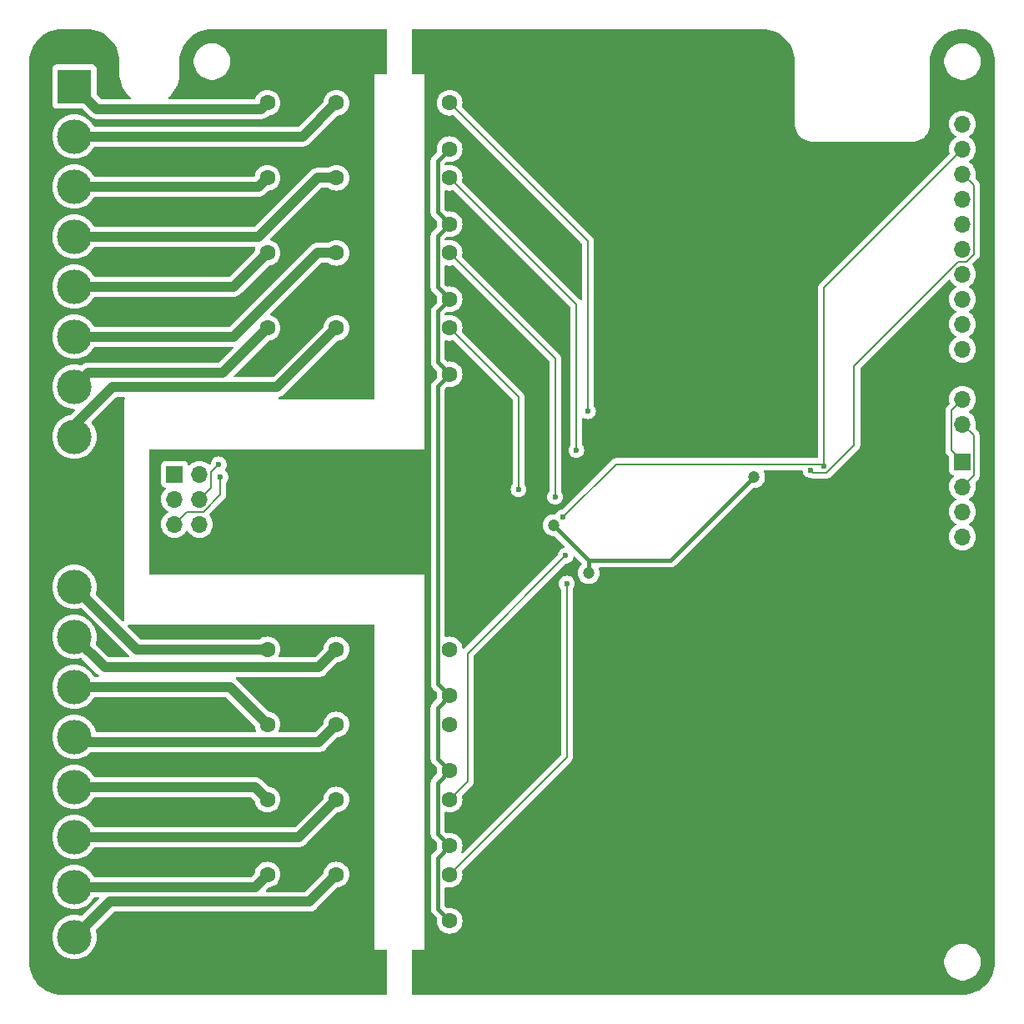
<source format=gbr>
%TF.GenerationSoftware,KiCad,Pcbnew,8.0.4-8.0.4-0~ubuntu22.04.1*%
%TF.CreationDate,2024-08-10T22:22:13+03:00*%
%TF.ProjectId,PM-RQ8,504d2d52-5138-42e6-9b69-6361645f7063,rev?*%
%TF.SameCoordinates,Original*%
%TF.FileFunction,Copper,L2,Bot*%
%TF.FilePolarity,Positive*%
%FSLAX46Y46*%
G04 Gerber Fmt 4.6, Leading zero omitted, Abs format (unit mm)*
G04 Created by KiCad (PCBNEW 8.0.4-8.0.4-0~ubuntu22.04.1) date 2024-08-10 22:22:13*
%MOMM*%
%LPD*%
G01*
G04 APERTURE LIST*
%TA.AperFunction,ComponentPad*%
%ADD10C,1.608000*%
%TD*%
%TA.AperFunction,ComponentPad*%
%ADD11R,3.500000X3.500000*%
%TD*%
%TA.AperFunction,ComponentPad*%
%ADD12C,3.500000*%
%TD*%
%TA.AperFunction,ComponentPad*%
%ADD13O,6.350000X6.350000*%
%TD*%
%TA.AperFunction,ComponentPad*%
%ADD14R,1.700000X1.700000*%
%TD*%
%TA.AperFunction,ComponentPad*%
%ADD15O,1.700000X1.700000*%
%TD*%
%TA.AperFunction,ViaPad*%
%ADD16C,0.600000*%
%TD*%
%TA.AperFunction,ViaPad*%
%ADD17C,1.200000*%
%TD*%
%TA.AperFunction,Conductor*%
%ADD18C,0.200000*%
%TD*%
%TA.AperFunction,Conductor*%
%ADD19C,0.400000*%
%TD*%
%TA.AperFunction,Conductor*%
%ADD20C,1.000000*%
%TD*%
G04 APERTURE END LIST*
D10*
%TO.P,K4,1,1*%
%TO.N,/K4*%
X43180000Y-30860000D03*
%TO.P,K4,2,2*%
%TO.N,Net-(J10-Pin_8)*%
X31680000Y-30860000D03*
%TO.P,K4,3,3*%
%TO.N,Net-(J10-Pin_7)*%
X24680000Y-30860000D03*
%TO.P,K4,4,4*%
%TO.N,+5V*%
X43180000Y-35560000D03*
%TD*%
%TO.P,K5,1,1*%
%TO.N,/K5*%
X43180000Y-63500000D03*
%TO.P,K5,2,2*%
%TO.N,Net-(J10-Pin_12)*%
X31680000Y-63500000D03*
%TO.P,K5,3,3*%
%TO.N,Net-(J10-Pin_11)*%
X24680000Y-63500000D03*
%TO.P,K5,4,4*%
%TO.N,+5V*%
X43180000Y-68200000D03*
%TD*%
D11*
%TO.P,J10,1,Pin_1*%
%TO.N,Net-(J10-Pin_1)*%
X5080000Y-6350000D03*
D12*
%TO.P,J10,2,Pin_2*%
%TO.N,Net-(J10-Pin_2)*%
X5080000Y-11430000D03*
%TO.P,J10,3,Pin_3*%
%TO.N,Net-(J10-Pin_3)*%
X5080000Y-16510000D03*
%TO.P,J10,4,Pin_4*%
%TO.N,Net-(J10-Pin_4)*%
X5080000Y-21590000D03*
%TO.P,J10,5,Pin_5*%
%TO.N,Net-(J10-Pin_5)*%
X5080000Y-26670000D03*
%TO.P,J10,6,Pin_6*%
%TO.N,Net-(J10-Pin_6)*%
X5080000Y-31750000D03*
%TO.P,J10,7,Pin_7*%
%TO.N,Net-(J10-Pin_7)*%
X5080000Y-36830000D03*
%TO.P,J10,8,Pin_8*%
%TO.N,Net-(J10-Pin_8)*%
X5080000Y-41910000D03*
%TO.P,J10,9,Pin_9*%
%TO.N,PE*%
X5080000Y-46990000D03*
%TO.P,J10,10,Pin_10*%
X5080000Y-52070000D03*
%TO.P,J10,11,Pin_11*%
%TO.N,Net-(J10-Pin_11)*%
X5080000Y-57150000D03*
%TO.P,J10,12,Pin_12*%
%TO.N,Net-(J10-Pin_12)*%
X5080000Y-62230000D03*
%TO.P,J10,13,Pin_13*%
%TO.N,Net-(J10-Pin_13)*%
X5080000Y-67310000D03*
%TO.P,J10,14,Pin_14*%
%TO.N,Net-(J10-Pin_14)*%
X5080000Y-72390000D03*
%TO.P,J10,15,Pin_15*%
%TO.N,Net-(J10-Pin_15)*%
X5080000Y-77470000D03*
%TO.P,J10,16,Pin_16*%
%TO.N,Net-(J10-Pin_16)*%
X5080000Y-82550000D03*
%TO.P,J10,17,Pin_17*%
%TO.N,Net-(J10-Pin_17)*%
X5080000Y-87630000D03*
%TO.P,J10,18,Pin_18*%
%TO.N,Net-(J10-Pin_18)*%
X5080000Y-92710000D03*
%TD*%
D10*
%TO.P,K6,1,1*%
%TO.N,/K6*%
X43180000Y-71120000D03*
%TO.P,K6,2,2*%
%TO.N,Net-(J10-Pin_14)*%
X31680000Y-71120000D03*
%TO.P,K6,3,3*%
%TO.N,Net-(J10-Pin_13)*%
X24680000Y-71120000D03*
%TO.P,K6,4,4*%
%TO.N,+5V*%
X43180000Y-75820000D03*
%TD*%
%TO.P,K8,1,1*%
%TO.N,/K8*%
X43180000Y-86360000D03*
%TO.P,K8,2,2*%
%TO.N,Net-(J10-Pin_18)*%
X31680000Y-86360000D03*
%TO.P,K8,3,3*%
%TO.N,Net-(J10-Pin_17)*%
X24680000Y-86360000D03*
%TO.P,K8,4,4*%
%TO.N,+5V*%
X43180000Y-91060000D03*
%TD*%
%TO.P,K1,1,1*%
%TO.N,/K1*%
X43180000Y-8000000D03*
%TO.P,K1,2,2*%
%TO.N,Net-(J10-Pin_2)*%
X31680000Y-8000000D03*
%TO.P,K1,3,3*%
%TO.N,Net-(J10-Pin_1)*%
X24680000Y-8000000D03*
%TO.P,K1,4,4*%
%TO.N,+5V*%
X43180000Y-12700000D03*
%TD*%
%TO.P,K7,1,1*%
%TO.N,/K7*%
X43180000Y-78740000D03*
%TO.P,K7,2,2*%
%TO.N,Net-(J10-Pin_16)*%
X31680000Y-78740000D03*
%TO.P,K7,3,3*%
%TO.N,Net-(J10-Pin_15)*%
X24680000Y-78740000D03*
%TO.P,K7,4,4*%
%TO.N,+5V*%
X43180000Y-83440000D03*
%TD*%
D13*
%TO.P,PE1,1*%
%TO.N,PE*%
X19050000Y-95250000D03*
%TD*%
D14*
%TO.P,J1,1,1*%
%TO.N,+3.3V*%
X15240000Y-45720000D03*
D15*
%TO.P,J1,2,2*%
X17780000Y-45720000D03*
%TO.P,J1,3,3*%
%TO.N,/MOSI*%
X15240000Y-48260000D03*
%TO.P,J1,4,4*%
%TO.N,/SCK*%
X17780000Y-48260000D03*
%TO.P,J1,5,5*%
%TO.N,/MISO*%
X15240000Y-50800000D03*
%TO.P,J1,6,6*%
%TO.N,/CS2*%
X17780000Y-50800000D03*
%TO.P,J1,7,7*%
%TO.N,GND*%
X15240000Y-53340000D03*
%TO.P,J1,8,8*%
X17780000Y-53340000D03*
%TD*%
D10*
%TO.P,K3,1,1*%
%TO.N,/K3*%
X43180000Y-23240000D03*
%TO.P,K3,2,2*%
%TO.N,Net-(J10-Pin_6)*%
X31680000Y-23240000D03*
%TO.P,K3,3,3*%
%TO.N,Net-(J10-Pin_5)*%
X24680000Y-23240000D03*
%TO.P,K3,4,4*%
%TO.N,+5V*%
X43180000Y-27940000D03*
%TD*%
%TO.P,K2,1,1*%
%TO.N,/K2*%
X43180000Y-15620000D03*
%TO.P,K2,2,2*%
%TO.N,Net-(J10-Pin_4)*%
X31680000Y-15620000D03*
%TO.P,K2,3,3*%
%TO.N,Net-(J10-Pin_3)*%
X24680000Y-15620000D03*
%TO.P,K2,4,4*%
%TO.N,+5V*%
X43180000Y-20320000D03*
%TD*%
D14*
%TO.P,J2,1,Pin_1*%
%TO.N,/SDA*%
X95250000Y-44450000D03*
D15*
%TO.P,J2,2,Pin_2*%
%TO.N,/SCL*%
X95250000Y-46990000D03*
%TO.P,J2,3,Pin_3*%
%TO.N,+5V*%
X95250000Y-49530000D03*
%TO.P,J2,4,Pin_4*%
%TO.N,+3.3V*%
X95250000Y-52070000D03*
%TO.P,J2,5,Pin_5*%
%TO.N,GND*%
X95250000Y-54610000D03*
%TD*%
%TO.P,PM1,1,NC*%
%TO.N,unconnected-(PM1-NC-Pad1)*%
X95250000Y-10160000D03*
%TO.P,PM1,2,GPIO2*%
%TO.N,/MOSI*%
X95250000Y-12700000D03*
%TO.P,PM1,3,GPIO3*%
%TO.N,/MISO*%
X95250000Y-15240000D03*
%TO.P,PM1,4,GPIO9*%
%TO.N,/SCK*%
X95250000Y-17780000D03*
%TO.P,PM1,5,GPIO8*%
%TO.N,/CS1*%
X95250000Y-20320000D03*
%TO.P,PM1,6,GPIO7*%
%TO.N,/CS2*%
X95250000Y-22860000D03*
%TO.P,PM1,7,GPIO6*%
%TO.N,unconnected-(PM1-GPIO6-Pad7)*%
X95250000Y-25400000D03*
%TO.P,PM1,8,GPIO5*%
%TO.N,unconnected-(PM1-GPIO5-Pad8)*%
X95250000Y-27940000D03*
%TO.P,PM1,9,GPIO4*%
%TO.N,unconnected-(PM1-GPIO4-Pad9)*%
X95250000Y-30480000D03*
%TO.P,PM1,10,+3.3V*%
%TO.N,+3.3V*%
X95250000Y-33020000D03*
%TO.P,PM1,11,GND*%
%TO.N,GND*%
X95250000Y-35560000D03*
%TO.P,PM1,12,SDA*%
%TO.N,/SDA*%
X95250000Y-38100000D03*
%TO.P,PM1,13,SCL*%
%TO.N,/SCL*%
X95250000Y-40640000D03*
%TO.P,PM1,14,GND*%
%TO.N,GND*%
X68580000Y-2540000D03*
%TD*%
D16*
%TO.N,GND*%
X45720000Y-55880000D03*
X45720000Y-53340000D03*
X81280000Y-48260000D03*
X78740000Y-48260000D03*
X78740000Y-50800000D03*
X81280000Y-50800000D03*
X71120000Y-43180000D03*
X68580000Y-30480000D03*
X71120000Y-30480000D03*
X71120000Y-27940000D03*
X68580000Y-27940000D03*
X68580000Y-63500000D03*
X71120000Y-63500000D03*
X71120000Y-60960000D03*
X68580000Y-60960000D03*
%TO.N,/SCK*%
X19740200Y-44714400D03*
%TO.N,/MISO*%
X79817000Y-45293600D03*
X19905600Y-46001600D03*
%TO.N,/MOSI*%
X54669700Y-50092000D03*
X81203000Y-44933000D03*
D17*
%TO.N,+3.3V*%
X57290500Y-55744000D03*
X53717400Y-50888000D03*
X74091900Y-46002800D03*
D16*
%TO.N,/K2*%
X56040000Y-43261300D03*
%TO.N,/K1*%
X57215000Y-39310200D03*
%TO.N,/K4*%
X50168200Y-47244100D03*
%TO.N,/K8*%
X55073900Y-56827000D03*
%TO.N,/K3*%
X53889200Y-48021100D03*
%TO.N,/K7*%
X54946000Y-53993000D03*
%TD*%
D18*
%TO.N,/SCK*%
X18930000Y-47110000D02*
X17780000Y-48260000D01*
X18930000Y-45524600D02*
X18930000Y-47110000D01*
X19740200Y-44714400D02*
X18930000Y-45524600D01*
%TO.N,/MISO*%
X16510000Y-49530000D02*
X15240000Y-50800000D01*
X18146200Y-49530000D02*
X16510000Y-49530000D01*
X19905600Y-47770600D02*
X18146200Y-49530000D01*
X19905600Y-46001600D02*
X19905600Y-47770600D01*
X80058000Y-45534800D02*
X79817000Y-45293600D01*
X81464000Y-45534800D02*
X80058000Y-45534800D01*
X84257000Y-42741900D02*
X81464000Y-45534800D01*
X84257000Y-34720100D02*
X84257000Y-42741900D01*
X94847000Y-24130000D02*
X84257000Y-34720100D01*
X95637000Y-24130000D02*
X94847000Y-24130000D01*
X96407000Y-23359900D02*
X95637000Y-24130000D01*
X96407000Y-16397000D02*
X96407000Y-23359900D01*
X95250000Y-15240000D02*
X96407000Y-16397000D01*
%TO.N,/MOSI*%
X81203000Y-44687100D02*
X81203000Y-44933000D01*
X60074300Y-44687100D02*
X54669700Y-50092000D01*
X81203000Y-44687100D02*
X60074300Y-44687100D01*
X81203000Y-26747000D02*
X81203000Y-44687100D01*
X95250000Y-12700000D02*
X81203000Y-26747000D01*
D19*
%TO.N,+3.3V*%
X65633700Y-54461000D02*
X57290500Y-54461000D01*
X74091900Y-46002800D02*
X65633700Y-54461000D01*
X57290500Y-55744000D02*
X57290500Y-54461000D01*
X57290500Y-54461000D02*
X53717400Y-50888000D01*
%TO.N,+5V*%
X41974300Y-36765700D02*
X43180000Y-35560000D01*
X41974300Y-66994000D02*
X41974300Y-36765700D01*
X43180000Y-68200000D02*
X41974300Y-66994000D01*
X41943500Y-74584000D02*
X43180000Y-75820000D01*
X41943500Y-69436000D02*
X41943500Y-74584000D01*
X43180000Y-68200000D02*
X41943500Y-69436000D01*
X41943500Y-19083500D02*
X43180000Y-20320000D01*
X41943500Y-13936500D02*
X41943500Y-19083500D01*
X43180000Y-12700000D02*
X41943500Y-13936500D01*
X41972700Y-34352700D02*
X43180000Y-35560000D01*
X41972700Y-29147300D02*
X41972700Y-34352700D01*
X43180000Y-27940000D02*
X41972700Y-29147300D01*
X41943500Y-26703500D02*
X43180000Y-27940000D01*
X41943500Y-21556500D02*
X41943500Y-26703500D01*
X43180000Y-20320000D02*
X41943500Y-21556500D01*
X41943500Y-82204000D02*
X43180000Y-83440000D01*
X41943500Y-77056000D02*
X41943500Y-82204000D01*
X43180000Y-75820000D02*
X41943500Y-77056000D01*
X41974300Y-89854000D02*
X43180000Y-91060000D01*
X41974300Y-84646000D02*
X41974300Y-89854000D01*
X43180000Y-83440000D02*
X41974300Y-84646000D01*
D18*
%TO.N,/K2*%
X56040000Y-28480000D02*
X56040000Y-43261300D01*
X43180000Y-15620000D02*
X56040000Y-28480000D01*
%TO.N,/K1*%
X57215000Y-22035000D02*
X43180000Y-8000000D01*
X57215000Y-39310200D02*
X57215000Y-22035000D01*
%TO.N,/K4*%
X50168200Y-37848200D02*
X50168200Y-47244100D01*
X43180000Y-30860000D02*
X50168200Y-37848200D01*
%TO.N,/K8*%
X55073900Y-74466000D02*
X43180000Y-86360000D01*
X55073900Y-56827000D02*
X55073900Y-74466000D01*
%TO.N,/K3*%
X53889200Y-33949200D02*
X53889200Y-48021100D01*
X43180000Y-23240000D02*
X53889200Y-33949200D01*
%TO.N,/K7*%
X44995800Y-76924000D02*
X43180000Y-78740000D01*
X44995800Y-63943000D02*
X44995800Y-76924000D01*
X54946000Y-53993000D02*
X44995800Y-63943000D01*
D20*
%TO.N,Net-(J10-Pin_7)*%
X6536000Y-35374000D02*
X5080000Y-36830000D01*
X20166000Y-35374000D02*
X6536000Y-35374000D01*
X24680000Y-30860000D02*
X20166000Y-35374000D01*
%TO.N,Net-(J10-Pin_16)*%
X31680000Y-78740000D02*
X27870000Y-82550000D01*
X27870000Y-82550000D02*
X5080000Y-82550000D01*
%TO.N,Net-(J10-Pin_5)*%
X21250000Y-26670000D02*
X5080000Y-26670000D01*
X24680000Y-23240000D02*
X21250000Y-26670000D01*
D18*
%TO.N,/SCL*%
X95250000Y-40640000D02*
X96402000Y-41792000D01*
X96402000Y-45838000D02*
X95250000Y-46990000D01*
X96402000Y-41792000D02*
X96402000Y-45838000D01*
%TO.N,/SDA*%
X94098000Y-39252000D02*
X95250000Y-38100000D01*
X95250000Y-44450000D02*
X94098000Y-43298000D01*
X94098000Y-43298000D02*
X94098000Y-39252000D01*
D20*
%TO.N,Net-(J10-Pin_4)*%
X31680000Y-15620000D02*
X29748758Y-15620000D01*
X23778758Y-21590000D02*
X5080000Y-21590000D01*
X29748758Y-15620000D02*
X23778758Y-21590000D01*
%TO.N,Net-(J10-Pin_6)*%
X21238758Y-31750000D02*
X5080000Y-31750000D01*
X29748758Y-23240000D02*
X21238758Y-31750000D01*
X31680000Y-23240000D02*
X29748758Y-23240000D01*
%TO.N,Net-(J10-Pin_14)*%
X5614000Y-72924000D02*
X5080000Y-72390000D01*
X31680000Y-71120000D02*
X29876000Y-72924000D01*
X29876000Y-72924000D02*
X5614000Y-72924000D01*
%TO.N,Net-(J10-Pin_8)*%
X25666000Y-36874000D02*
X8925088Y-36874000D01*
X31680000Y-30860000D02*
X25666000Y-36874000D01*
X8925088Y-36874000D02*
X5080000Y-40719088D01*
X5080000Y-40719088D02*
X5080000Y-41910000D01*
%TO.N,Net-(J10-Pin_15)*%
X23410000Y-77470000D02*
X5080000Y-77470000D01*
X24680000Y-78740000D02*
X23410000Y-77470000D01*
%TO.N,Net-(J10-Pin_13)*%
X24680000Y-71120000D02*
X20870000Y-67310000D01*
X20870000Y-67310000D02*
X5080000Y-67310000D01*
%TO.N,Net-(J10-Pin_12)*%
X31680000Y-63500000D02*
X29876000Y-65304000D01*
X8154000Y-65304000D02*
X5080000Y-62230000D01*
X29876000Y-65304000D02*
X8154000Y-65304000D01*
%TO.N,Net-(J10-Pin_2)*%
X28250000Y-11430000D02*
X5080000Y-11430000D01*
X31680000Y-8000000D02*
X28250000Y-11430000D01*
%TO.N,Net-(J10-Pin_3)*%
X23790000Y-16510000D02*
X5080000Y-16510000D01*
X24680000Y-15620000D02*
X23790000Y-16510000D01*
%TO.N,Net-(J10-Pin_1)*%
X24680000Y-8000000D02*
X24048831Y-8631169D01*
X7361169Y-8631169D02*
X5080000Y-6350000D01*
X24048831Y-8631169D02*
X7361169Y-8631169D01*
%TO.N,Net-(J10-Pin_11)*%
X11430000Y-63500000D02*
X5080000Y-57150000D01*
X24680000Y-63500000D02*
X11430000Y-63500000D01*
%TO.N,Net-(J10-Pin_17)*%
X23410000Y-87630000D02*
X5080000Y-87630000D01*
X24680000Y-86360000D02*
X23410000Y-87630000D01*
%TO.N,Net-(J10-Pin_18)*%
X28910000Y-89130000D02*
X8660000Y-89130000D01*
X8660000Y-89130000D02*
X5080000Y-92710000D01*
X31680000Y-86360000D02*
X28910000Y-89130000D01*
%TD*%
%TA.AperFunction,Conductor*%
%TO.N,PE*%
G36*
X6353243Y-500669D02*
G01*
X6689450Y-518290D01*
X6702358Y-519647D01*
X7031677Y-571806D01*
X7044342Y-574497D01*
X7366422Y-660798D01*
X7378749Y-664803D01*
X7690038Y-784296D01*
X7701873Y-789565D01*
X7998976Y-940947D01*
X8010191Y-947423D01*
X8289832Y-1129023D01*
X8300313Y-1136638D01*
X8559441Y-1346475D01*
X8569086Y-1355160D01*
X8804839Y-1590913D01*
X8813524Y-1600558D01*
X9023359Y-1859683D01*
X9030978Y-1870171D01*
X9212573Y-2149802D01*
X9219055Y-2161029D01*
X9348834Y-2415733D01*
X9370429Y-2458115D01*
X9375708Y-2469972D01*
X9495193Y-2781241D01*
X9499204Y-2793586D01*
X9585498Y-3115642D01*
X9588196Y-3128337D01*
X9640352Y-3457641D01*
X9641709Y-3470549D01*
X9659330Y-3806756D01*
X9659500Y-3813246D01*
X9659500Y-5239342D01*
X9692812Y-5556295D01*
X9692813Y-5556296D01*
X9759070Y-5868014D01*
X9759071Y-5868015D01*
X9759072Y-5868019D01*
X9857553Y-6171113D01*
X9924540Y-6321569D01*
X9987178Y-6462257D01*
X9987181Y-6462262D01*
X10146520Y-6738246D01*
X10146520Y-6738247D01*
X10333851Y-6996083D01*
X10429267Y-7102052D01*
X10547091Y-7232909D01*
X10676945Y-7349830D01*
X10748789Y-7414519D01*
X10785438Y-7474006D01*
X10784107Y-7543863D01*
X10745221Y-7601911D01*
X10681124Y-7629721D01*
X10665817Y-7630669D01*
X7826951Y-7630669D01*
X7759912Y-7610984D01*
X7739270Y-7594350D01*
X7366818Y-7221898D01*
X7333333Y-7160575D01*
X7330499Y-7134217D01*
X7330499Y-4552129D01*
X7330498Y-4552123D01*
X7330497Y-4552116D01*
X7324091Y-4492517D01*
X7273796Y-4357669D01*
X7273795Y-4357668D01*
X7273793Y-4357664D01*
X7187547Y-4242455D01*
X7187544Y-4242452D01*
X7072335Y-4156206D01*
X7072328Y-4156202D01*
X6937482Y-4105908D01*
X6937483Y-4105908D01*
X6877883Y-4099501D01*
X6877881Y-4099500D01*
X6877873Y-4099500D01*
X6877864Y-4099500D01*
X3282129Y-4099500D01*
X3282123Y-4099501D01*
X3222516Y-4105908D01*
X3087671Y-4156202D01*
X3087664Y-4156206D01*
X2972455Y-4242452D01*
X2972452Y-4242455D01*
X2886206Y-4357664D01*
X2886202Y-4357671D01*
X2835908Y-4492517D01*
X2829501Y-4552116D01*
X2829501Y-4552123D01*
X2829500Y-4552135D01*
X2829500Y-8147870D01*
X2829501Y-8147876D01*
X2835908Y-8207483D01*
X2886202Y-8342328D01*
X2886206Y-8342335D01*
X2972452Y-8457544D01*
X2972455Y-8457547D01*
X3087664Y-8543793D01*
X3087671Y-8543797D01*
X3222517Y-8594091D01*
X3222516Y-8594091D01*
X3229444Y-8594835D01*
X3282127Y-8600500D01*
X5864217Y-8600499D01*
X5931256Y-8620184D01*
X5951898Y-8636818D01*
X6580904Y-9265824D01*
X6580933Y-9265855D01*
X6723383Y-9408305D01*
X6723387Y-9408308D01*
X6887248Y-9517797D01*
X6887261Y-9517804D01*
X7016002Y-9571130D01*
X7058913Y-9588904D01*
X7069333Y-9593220D01*
X7165981Y-9612444D01*
X7214304Y-9622056D01*
X7262627Y-9631669D01*
X7262628Y-9631669D01*
X24147373Y-9631669D01*
X24166701Y-9627824D01*
X24244019Y-9612444D01*
X24340667Y-9593220D01*
X24393996Y-9571130D01*
X24522745Y-9517801D01*
X24686613Y-9408308D01*
X24763635Y-9331284D01*
X24824956Y-9297801D01*
X24840500Y-9295440D01*
X24907389Y-9289589D01*
X25127870Y-9230512D01*
X25334742Y-9134046D01*
X25521719Y-9003122D01*
X25683122Y-8841719D01*
X25814046Y-8654742D01*
X25910512Y-8447870D01*
X25969589Y-8227389D01*
X25989483Y-8000000D01*
X25969589Y-7772611D01*
X25910512Y-7552130D01*
X25814046Y-7345259D01*
X25814044Y-7345255D01*
X25683121Y-7158280D01*
X25521722Y-6996881D01*
X25521712Y-6996872D01*
X25334745Y-6865955D01*
X25334741Y-6865953D01*
X25231306Y-6817721D01*
X25127870Y-6769488D01*
X25127866Y-6769487D01*
X25127862Y-6769485D01*
X24907394Y-6710412D01*
X24907390Y-6710411D01*
X24907389Y-6710411D01*
X24907388Y-6710410D01*
X24907383Y-6710410D01*
X24680002Y-6690517D01*
X24679998Y-6690517D01*
X24452616Y-6710410D01*
X24452605Y-6710412D01*
X24232137Y-6769485D01*
X24232128Y-6769489D01*
X24025259Y-6865953D01*
X24025255Y-6865955D01*
X23838280Y-6996878D01*
X23676878Y-7158280D01*
X23545955Y-7345255D01*
X23545953Y-7345259D01*
X23447200Y-7557037D01*
X23445373Y-7556185D01*
X23409146Y-7605363D01*
X23343871Y-7630282D01*
X23334076Y-7630669D01*
X14734183Y-7630669D01*
X14667144Y-7610984D01*
X14621389Y-7558180D01*
X14611445Y-7489022D01*
X14640470Y-7425466D01*
X14651211Y-7414519D01*
X14696690Y-7373568D01*
X14852909Y-7232909D01*
X15065432Y-6996878D01*
X15066148Y-6996083D01*
X15066148Y-6996081D01*
X15066155Y-6996075D01*
X15253478Y-6738248D01*
X15412824Y-6462253D01*
X15542447Y-6171113D01*
X15640928Y-5868019D01*
X15707188Y-5556292D01*
X15740500Y-5239346D01*
X15740500Y-5080000D01*
X15740500Y-5014108D01*
X15740500Y-3813246D01*
X15740670Y-3806756D01*
X15743953Y-3744108D01*
X15746856Y-3688711D01*
X17199500Y-3688711D01*
X17199500Y-3931288D01*
X17231161Y-4171785D01*
X17293947Y-4406104D01*
X17386773Y-4630205D01*
X17386776Y-4630212D01*
X17508064Y-4840289D01*
X17508066Y-4840292D01*
X17508067Y-4840293D01*
X17655733Y-5032736D01*
X17655739Y-5032743D01*
X17827256Y-5204260D01*
X17827263Y-5204266D01*
X17917082Y-5273186D01*
X18019711Y-5351936D01*
X18229788Y-5473224D01*
X18453900Y-5566054D01*
X18688211Y-5628838D01*
X18868586Y-5652584D01*
X18928711Y-5660500D01*
X18928712Y-5660500D01*
X19171289Y-5660500D01*
X19219388Y-5654167D01*
X19411789Y-5628838D01*
X19646100Y-5566054D01*
X19870212Y-5473224D01*
X20080289Y-5351936D01*
X20272738Y-5204265D01*
X20444265Y-5032738D01*
X20591936Y-4840289D01*
X20713224Y-4630212D01*
X20806054Y-4406100D01*
X20868838Y-4171789D01*
X20900500Y-3931288D01*
X20900500Y-3688712D01*
X20868838Y-3448211D01*
X20806054Y-3213900D01*
X20713224Y-2989788D01*
X20591936Y-2779711D01*
X20444265Y-2587262D01*
X20444260Y-2587256D01*
X20272743Y-2415739D01*
X20272736Y-2415733D01*
X20080293Y-2268067D01*
X20080292Y-2268066D01*
X20080289Y-2268064D01*
X19894909Y-2161035D01*
X19870214Y-2146777D01*
X19870205Y-2146773D01*
X19646104Y-2053947D01*
X19411785Y-1991161D01*
X19171289Y-1959500D01*
X19171288Y-1959500D01*
X18928712Y-1959500D01*
X18928711Y-1959500D01*
X18688214Y-1991161D01*
X18453895Y-2053947D01*
X18229794Y-2146773D01*
X18229785Y-2146777D01*
X18019706Y-2268067D01*
X17827263Y-2415733D01*
X17827256Y-2415739D01*
X17655739Y-2587256D01*
X17655733Y-2587263D01*
X17508067Y-2779706D01*
X17386777Y-2989785D01*
X17386773Y-2989794D01*
X17293947Y-3213895D01*
X17231161Y-3448214D01*
X17199500Y-3688711D01*
X15746856Y-3688711D01*
X15758290Y-3470547D01*
X15759647Y-3457641D01*
X15761141Y-3448211D01*
X15811806Y-3128318D01*
X15814496Y-3115661D01*
X15900799Y-2793571D01*
X15904801Y-2781256D01*
X16024298Y-2469954D01*
X16029561Y-2458133D01*
X16180951Y-2161014D01*
X16187417Y-2149816D01*
X16369029Y-1870158D01*
X16376631Y-1859695D01*
X16586483Y-1600548D01*
X16595150Y-1590923D01*
X16830923Y-1355150D01*
X16840548Y-1346483D01*
X17099695Y-1136631D01*
X17110158Y-1129029D01*
X17389816Y-947417D01*
X17401014Y-940951D01*
X17698133Y-789561D01*
X17709954Y-784298D01*
X18021256Y-664801D01*
X18033571Y-660799D01*
X18355661Y-574496D01*
X18368318Y-571806D01*
X18697643Y-519646D01*
X18710547Y-518290D01*
X19046756Y-500669D01*
X19053246Y-500500D01*
X36706000Y-500500D01*
X36773039Y-520185D01*
X36818794Y-572989D01*
X36830000Y-624500D01*
X36830000Y-4956000D01*
X36810315Y-5023039D01*
X36757511Y-5068794D01*
X36706000Y-5080000D01*
X35560000Y-5080000D01*
X35560000Y-37976000D01*
X35540315Y-38043039D01*
X35487511Y-38088794D01*
X35436000Y-38100000D01*
X25889864Y-38100000D01*
X25822825Y-38080315D01*
X25777070Y-38027511D01*
X25767126Y-37958353D01*
X25796151Y-37894797D01*
X25854929Y-37857023D01*
X25865659Y-37854385D01*
X25957836Y-37836051D01*
X26011165Y-37813961D01*
X26139914Y-37760632D01*
X26303782Y-37651139D01*
X26443139Y-37511782D01*
X26443139Y-37511780D01*
X26453347Y-37501573D01*
X26453349Y-37501570D01*
X31763634Y-32191284D01*
X31824955Y-32157801D01*
X31840496Y-32155440D01*
X31907389Y-32149589D01*
X32127870Y-32090512D01*
X32334742Y-31994046D01*
X32521719Y-31863122D01*
X32683122Y-31701719D01*
X32814046Y-31514742D01*
X32910512Y-31307870D01*
X32969589Y-31087389D01*
X32989483Y-30860000D01*
X32969589Y-30632611D01*
X32910512Y-30412130D01*
X32814046Y-30205259D01*
X32814044Y-30205255D01*
X32683121Y-30018280D01*
X32521722Y-29856881D01*
X32521712Y-29856872D01*
X32334745Y-29725955D01*
X32334741Y-29725953D01*
X32231306Y-29677721D01*
X32127870Y-29629488D01*
X32127866Y-29629487D01*
X32127862Y-29629485D01*
X31907394Y-29570412D01*
X31907390Y-29570411D01*
X31907389Y-29570411D01*
X31907388Y-29570410D01*
X31907383Y-29570410D01*
X31680002Y-29550517D01*
X31679998Y-29550517D01*
X31452616Y-29570410D01*
X31452605Y-29570412D01*
X31232137Y-29629485D01*
X31232128Y-29629489D01*
X31025259Y-29725953D01*
X31025255Y-29725955D01*
X30838280Y-29856878D01*
X30676878Y-30018280D01*
X30545955Y-30205255D01*
X30545953Y-30205259D01*
X30449489Y-30412128D01*
X30449485Y-30412137D01*
X30390412Y-30632605D01*
X30390410Y-30632614D01*
X30384559Y-30699494D01*
X30359106Y-30764562D01*
X30348712Y-30776366D01*
X25287899Y-35837181D01*
X25226576Y-35870666D01*
X25200218Y-35873500D01*
X21380782Y-35873500D01*
X21313743Y-35853815D01*
X21267988Y-35801011D01*
X21258044Y-35731853D01*
X21287069Y-35668297D01*
X21293101Y-35661819D01*
X22078092Y-34876828D01*
X24763633Y-32191285D01*
X24824954Y-32157802D01*
X24840498Y-32155441D01*
X24907389Y-32149589D01*
X25127870Y-32090512D01*
X25334742Y-31994046D01*
X25521719Y-31863122D01*
X25683122Y-31701719D01*
X25814046Y-31514742D01*
X25910512Y-31307870D01*
X25969589Y-31087389D01*
X25989483Y-30860000D01*
X25969589Y-30632611D01*
X25910512Y-30412130D01*
X25814046Y-30205259D01*
X25814044Y-30205255D01*
X25683121Y-30018280D01*
X25521722Y-29856881D01*
X25521712Y-29856872D01*
X25334745Y-29725955D01*
X25334741Y-29725953D01*
X25231306Y-29677721D01*
X25127870Y-29629488D01*
X25127866Y-29629487D01*
X25127862Y-29629485D01*
X25056386Y-29610334D01*
X24996725Y-29573969D01*
X24966196Y-29511123D01*
X24974490Y-29441747D01*
X25000795Y-29402881D01*
X30126860Y-24276819D01*
X30188183Y-24243334D01*
X30214541Y-24240500D01*
X30795439Y-24240500D01*
X30862478Y-24260185D01*
X30866547Y-24262914D01*
X31025258Y-24374046D01*
X31232130Y-24470512D01*
X31452611Y-24529589D01*
X31615031Y-24543799D01*
X31679998Y-24549483D01*
X31680000Y-24549483D01*
X31680002Y-24549483D01*
X31736847Y-24544509D01*
X31907389Y-24529589D01*
X32127870Y-24470512D01*
X32334742Y-24374046D01*
X32521719Y-24243122D01*
X32683122Y-24081719D01*
X32814046Y-23894742D01*
X32910512Y-23687870D01*
X32969589Y-23467389D01*
X32989483Y-23240000D01*
X32969589Y-23012611D01*
X32910512Y-22792130D01*
X32814046Y-22585259D01*
X32814044Y-22585255D01*
X32683121Y-22398280D01*
X32521722Y-22236881D01*
X32521712Y-22236872D01*
X32334745Y-22105955D01*
X32334741Y-22105953D01*
X32231306Y-22057721D01*
X32127870Y-22009488D01*
X32127866Y-22009487D01*
X32127862Y-22009485D01*
X31907394Y-21950412D01*
X31907390Y-21950411D01*
X31907389Y-21950411D01*
X31907388Y-21950410D01*
X31907383Y-21950410D01*
X31680002Y-21930517D01*
X31679998Y-21930517D01*
X31452616Y-21950410D01*
X31452605Y-21950412D01*
X31232137Y-22009485D01*
X31232128Y-22009489D01*
X31025261Y-22105952D01*
X30967919Y-22146103D01*
X30866561Y-22217075D01*
X30800358Y-22239402D01*
X30795440Y-22239500D01*
X29650214Y-22239500D01*
X29456929Y-22277947D01*
X29456921Y-22277949D01*
X29408959Y-22297816D01*
X29408958Y-22297816D01*
X29274850Y-22353364D01*
X29274838Y-22353371D01*
X29207627Y-22398281D01*
X29207626Y-22398281D01*
X29110980Y-22462857D01*
X29110972Y-22462863D01*
X20860657Y-30713181D01*
X20799334Y-30746666D01*
X20772976Y-30749500D01*
X7172990Y-30749500D01*
X7105951Y-30729815D01*
X7061778Y-30680344D01*
X7033172Y-30622336D01*
X6869273Y-30377043D01*
X6826655Y-30328447D01*
X6674758Y-30155241D01*
X6452955Y-29960725D01*
X6207667Y-29796829D01*
X6207660Y-29796825D01*
X5943080Y-29666349D01*
X5663730Y-29571521D01*
X5663724Y-29571519D01*
X5663722Y-29571519D01*
X5374380Y-29513966D01*
X5374373Y-29513965D01*
X5374363Y-29513964D01*
X5080007Y-29494671D01*
X5079993Y-29494671D01*
X4785636Y-29513964D01*
X4785624Y-29513965D01*
X4785620Y-29513966D01*
X4785612Y-29513967D01*
X4785609Y-29513968D01*
X4496283Y-29571518D01*
X4496269Y-29571521D01*
X4216919Y-29666349D01*
X3952334Y-29796828D01*
X3707041Y-29960728D01*
X3485241Y-30155241D01*
X3290728Y-30377041D01*
X3126828Y-30622334D01*
X2996349Y-30886919D01*
X2901521Y-31166269D01*
X2901518Y-31166283D01*
X2843968Y-31455609D01*
X2843964Y-31455636D01*
X2824671Y-31749992D01*
X2824671Y-31750007D01*
X2843964Y-32044363D01*
X2843965Y-32044373D01*
X2843966Y-32044380D01*
X2866839Y-32159374D01*
X2901518Y-32333716D01*
X2901521Y-32333730D01*
X2996349Y-32613080D01*
X3126825Y-32877660D01*
X3126829Y-32877667D01*
X3290725Y-33122955D01*
X3485241Y-33344758D01*
X3707043Y-33539273D01*
X3952335Y-33703172D01*
X4216923Y-33833652D01*
X4496278Y-33928481D01*
X4785620Y-33986034D01*
X4813888Y-33987886D01*
X5079993Y-34005329D01*
X5080000Y-34005329D01*
X5080007Y-34005329D01*
X5315675Y-33989881D01*
X5374380Y-33986034D01*
X5663722Y-33928481D01*
X5943077Y-33833652D01*
X6207665Y-33703172D01*
X6452957Y-33539273D01*
X6674758Y-33344758D01*
X6869273Y-33122957D01*
X7033172Y-32877665D01*
X7061778Y-32819655D01*
X7109084Y-32768237D01*
X7172991Y-32750500D01*
X21075217Y-32750500D01*
X21142256Y-32770185D01*
X21188011Y-32822989D01*
X21197955Y-32892147D01*
X21168930Y-32955703D01*
X21162898Y-32962181D01*
X19787899Y-34337181D01*
X19726576Y-34370666D01*
X19700218Y-34373500D01*
X6437455Y-34373500D01*
X6340812Y-34392724D01*
X6244167Y-34411947D01*
X6244161Y-34411949D01*
X6190834Y-34434037D01*
X6190834Y-34434038D01*
X6145315Y-34452892D01*
X6062089Y-34487366D01*
X6062079Y-34487371D01*
X5898221Y-34596858D01*
X5898215Y-34596862D01*
X5852504Y-34642573D01*
X5791181Y-34676057D01*
X5724966Y-34672309D01*
X5710527Y-34667407D01*
X5663730Y-34651521D01*
X5663724Y-34651519D01*
X5663722Y-34651519D01*
X5374380Y-34593966D01*
X5374373Y-34593965D01*
X5374363Y-34593964D01*
X5080007Y-34574671D01*
X5079993Y-34574671D01*
X4785636Y-34593964D01*
X4785624Y-34593965D01*
X4785620Y-34593966D01*
X4785612Y-34593967D01*
X4785609Y-34593968D01*
X4496283Y-34651518D01*
X4496269Y-34651521D01*
X4216919Y-34746349D01*
X3952334Y-34876828D01*
X3707041Y-35040728D01*
X3485241Y-35235241D01*
X3290728Y-35457041D01*
X3126828Y-35702334D01*
X2996349Y-35966919D01*
X2901521Y-36246269D01*
X2901518Y-36246283D01*
X2843968Y-36535609D01*
X2843964Y-36535636D01*
X2824671Y-36829992D01*
X2824671Y-36830007D01*
X2843964Y-37124363D01*
X2843965Y-37124373D01*
X2843966Y-37124380D01*
X2843968Y-37124390D01*
X2901518Y-37413716D01*
X2901521Y-37413730D01*
X2996349Y-37693080D01*
X3126825Y-37957660D01*
X3126829Y-37957667D01*
X3290725Y-38202955D01*
X3485241Y-38424758D01*
X3707044Y-38619274D01*
X3858251Y-38720307D01*
X3952335Y-38783172D01*
X4216923Y-38913652D01*
X4496278Y-39008481D01*
X4785620Y-39066034D01*
X5012292Y-39080891D01*
X5077897Y-39104917D01*
X5120101Y-39160601D01*
X5125500Y-39230262D01*
X5092380Y-39291783D01*
X5091860Y-39292306D01*
X4718072Y-39666094D01*
X4656749Y-39699579D01*
X4654582Y-39700030D01*
X4496285Y-39731517D01*
X4496270Y-39731521D01*
X4216919Y-39826349D01*
X3952334Y-39956828D01*
X3707041Y-40120728D01*
X3485241Y-40315241D01*
X3290728Y-40537041D01*
X3126828Y-40782334D01*
X2996349Y-41046919D01*
X2901521Y-41326269D01*
X2901518Y-41326283D01*
X2843968Y-41615609D01*
X2843964Y-41615636D01*
X2824671Y-41909992D01*
X2824671Y-41910007D01*
X2843964Y-42204363D01*
X2843965Y-42204373D01*
X2843966Y-42204380D01*
X2843968Y-42204390D01*
X2901518Y-42493716D01*
X2901521Y-42493730D01*
X2996349Y-42773080D01*
X3126825Y-43037660D01*
X3126829Y-43037667D01*
X3290725Y-43282955D01*
X3485241Y-43504758D01*
X3707043Y-43699273D01*
X3952335Y-43863172D01*
X4216923Y-43993652D01*
X4496278Y-44088481D01*
X4785620Y-44146034D01*
X4813888Y-44147886D01*
X5079993Y-44165329D01*
X5080000Y-44165329D01*
X5080007Y-44165329D01*
X5315675Y-44149881D01*
X5374380Y-44146034D01*
X5663722Y-44088481D01*
X5943077Y-43993652D01*
X6207665Y-43863172D01*
X6452957Y-43699273D01*
X6674758Y-43504758D01*
X6869273Y-43282957D01*
X7033172Y-43037665D01*
X7163652Y-42773077D01*
X7258481Y-42493722D01*
X7316034Y-42204380D01*
X7335329Y-41910000D01*
X7335329Y-41909992D01*
X7316035Y-41615636D01*
X7316034Y-41615620D01*
X7258481Y-41326278D01*
X7163652Y-41046923D01*
X7033172Y-40782336D01*
X6938066Y-40640000D01*
X6869274Y-40537044D01*
X6867833Y-40535401D01*
X6855996Y-40521904D01*
X6826594Y-40458526D01*
X6836124Y-40389309D01*
X6861540Y-40352467D01*
X9303190Y-37910819D01*
X9364513Y-37877334D01*
X9390871Y-37874500D01*
X10086138Y-37874500D01*
X10153177Y-37894185D01*
X10198932Y-37946989D01*
X10208876Y-38016147D01*
X10179851Y-38079703D01*
X10173819Y-38086181D01*
X10160000Y-38100000D01*
X10160000Y-60515718D01*
X10140315Y-60582757D01*
X10087511Y-60628512D01*
X10018353Y-60638456D01*
X9954797Y-60609431D01*
X9948319Y-60603399D01*
X7267428Y-57922508D01*
X7233943Y-57861185D01*
X7237689Y-57794969D01*
X7258481Y-57733722D01*
X7316034Y-57444380D01*
X7331010Y-57215892D01*
X7335329Y-57150007D01*
X7335329Y-57149992D01*
X7316035Y-56855636D01*
X7316034Y-56855620D01*
X7258481Y-56566278D01*
X7163652Y-56286923D01*
X7033172Y-56022336D01*
X6869273Y-55777043D01*
X6826655Y-55728447D01*
X6674758Y-55555241D01*
X6452955Y-55360725D01*
X6207667Y-55196829D01*
X6207660Y-55196825D01*
X5943080Y-55066349D01*
X5663730Y-54971521D01*
X5663724Y-54971519D01*
X5663722Y-54971519D01*
X5374380Y-54913966D01*
X5374373Y-54913965D01*
X5374363Y-54913964D01*
X5080007Y-54894671D01*
X5079993Y-54894671D01*
X4785636Y-54913964D01*
X4785624Y-54913965D01*
X4785620Y-54913966D01*
X4785612Y-54913967D01*
X4785609Y-54913968D01*
X4496283Y-54971518D01*
X4496269Y-54971521D01*
X4216919Y-55066349D01*
X3952334Y-55196828D01*
X3707041Y-55360728D01*
X3485241Y-55555241D01*
X3290728Y-55777041D01*
X3126828Y-56022334D01*
X2996349Y-56286919D01*
X2901521Y-56566269D01*
X2901518Y-56566283D01*
X2843968Y-56855609D01*
X2843964Y-56855636D01*
X2824671Y-57149992D01*
X2824671Y-57150007D01*
X2843964Y-57444363D01*
X2843965Y-57444373D01*
X2843966Y-57444380D01*
X2901517Y-57733714D01*
X2901518Y-57733716D01*
X2901521Y-57733730D01*
X2996349Y-58013080D01*
X3126825Y-58277660D01*
X3126829Y-58277667D01*
X3290725Y-58522955D01*
X3485241Y-58744758D01*
X3707044Y-58939274D01*
X3858251Y-59040307D01*
X3952335Y-59103172D01*
X4216923Y-59233652D01*
X4496278Y-59328481D01*
X4785620Y-59386034D01*
X4813888Y-59387886D01*
X5079993Y-59405329D01*
X5080000Y-59405329D01*
X5080007Y-59405329D01*
X5315675Y-59389881D01*
X5374380Y-59386034D01*
X5663722Y-59328481D01*
X5724968Y-59307689D01*
X5794776Y-59304780D01*
X5852508Y-59337428D01*
X10606899Y-64091819D01*
X10640384Y-64153142D01*
X10635400Y-64222834D01*
X10593528Y-64278767D01*
X10528064Y-64303184D01*
X10519218Y-64303500D01*
X8619783Y-64303500D01*
X8552744Y-64283815D01*
X8532102Y-64267181D01*
X7267428Y-63002508D01*
X7233943Y-62941185D01*
X7237689Y-62874969D01*
X7258481Y-62813722D01*
X7316034Y-62524380D01*
X7335329Y-62230000D01*
X7335329Y-62229992D01*
X7316035Y-61935636D01*
X7316034Y-61935620D01*
X7258481Y-61646278D01*
X7163652Y-61366923D01*
X7033172Y-61102336D01*
X7020920Y-61084000D01*
X6951219Y-60979685D01*
X6869273Y-60857043D01*
X6677577Y-60638456D01*
X6674758Y-60635241D01*
X6452955Y-60440725D01*
X6207667Y-60276829D01*
X6207660Y-60276825D01*
X5943080Y-60146349D01*
X5663730Y-60051521D01*
X5663724Y-60051519D01*
X5663722Y-60051519D01*
X5374380Y-59993966D01*
X5374373Y-59993965D01*
X5374363Y-59993964D01*
X5080007Y-59974671D01*
X5079993Y-59974671D01*
X4785636Y-59993964D01*
X4785624Y-59993965D01*
X4785620Y-59993966D01*
X4785612Y-59993967D01*
X4785609Y-59993968D01*
X4496283Y-60051518D01*
X4496269Y-60051521D01*
X4216919Y-60146349D01*
X3952334Y-60276828D01*
X3707041Y-60440728D01*
X3485241Y-60635241D01*
X3290728Y-60857041D01*
X3126828Y-61102334D01*
X2996349Y-61366919D01*
X2901521Y-61646269D01*
X2901518Y-61646283D01*
X2843968Y-61935609D01*
X2843964Y-61935636D01*
X2824671Y-62229992D01*
X2824671Y-62230007D01*
X2843964Y-62524363D01*
X2843965Y-62524373D01*
X2843966Y-62524380D01*
X2901517Y-62813714D01*
X2901518Y-62813716D01*
X2901521Y-62813730D01*
X2996349Y-63093080D01*
X3126825Y-63357660D01*
X3126829Y-63357667D01*
X3290725Y-63602955D01*
X3485241Y-63824758D01*
X3707044Y-64019274D01*
X3909791Y-64154745D01*
X3952335Y-64183172D01*
X4216923Y-64313652D01*
X4496278Y-64408481D01*
X4785620Y-64466034D01*
X4813888Y-64467886D01*
X5079993Y-64485329D01*
X5080000Y-64485329D01*
X5080007Y-64485329D01*
X5315675Y-64469881D01*
X5374380Y-64466034D01*
X5663722Y-64408481D01*
X5724968Y-64387689D01*
X5794776Y-64384780D01*
X5852507Y-64417427D01*
X7376860Y-65941781D01*
X7376861Y-65941782D01*
X7516218Y-66081139D01*
X7516219Y-66081140D01*
X7518100Y-66082397D01*
X7518863Y-66083310D01*
X7520926Y-66085003D01*
X7520604Y-66085394D01*
X7562906Y-66136008D01*
X7571615Y-66205333D01*
X7541461Y-66268361D01*
X7482019Y-66305081D01*
X7449211Y-66309500D01*
X7172990Y-66309500D01*
X7105951Y-66289815D01*
X7061778Y-66240344D01*
X7033172Y-66182336D01*
X6869273Y-65937043D01*
X6826655Y-65888447D01*
X6674758Y-65715241D01*
X6452955Y-65520725D01*
X6207667Y-65356829D01*
X6207660Y-65356825D01*
X5943080Y-65226349D01*
X5663730Y-65131521D01*
X5663724Y-65131519D01*
X5663722Y-65131519D01*
X5374380Y-65073966D01*
X5374373Y-65073965D01*
X5374363Y-65073964D01*
X5080007Y-65054671D01*
X5079993Y-65054671D01*
X4785636Y-65073964D01*
X4785624Y-65073965D01*
X4785620Y-65073966D01*
X4785612Y-65073967D01*
X4785609Y-65073968D01*
X4496283Y-65131518D01*
X4496269Y-65131521D01*
X4216919Y-65226349D01*
X3952334Y-65356828D01*
X3707041Y-65520728D01*
X3485241Y-65715241D01*
X3290728Y-65937041D01*
X3126828Y-66182334D01*
X2996349Y-66446919D01*
X2901521Y-66726269D01*
X2901518Y-66726283D01*
X2843968Y-67015609D01*
X2843964Y-67015636D01*
X2824671Y-67309992D01*
X2824671Y-67310007D01*
X2843964Y-67604363D01*
X2843965Y-67604373D01*
X2843966Y-67604380D01*
X2843968Y-67604390D01*
X2901518Y-67893716D01*
X2901521Y-67893730D01*
X2996349Y-68173080D01*
X3126825Y-68437660D01*
X3126829Y-68437667D01*
X3290725Y-68682955D01*
X3485241Y-68904758D01*
X3707043Y-69099273D01*
X3952335Y-69263172D01*
X4216923Y-69393652D01*
X4496278Y-69488481D01*
X4785620Y-69546034D01*
X4813888Y-69547886D01*
X5079993Y-69565329D01*
X5080000Y-69565329D01*
X5080007Y-69565329D01*
X5315675Y-69549881D01*
X5374380Y-69546034D01*
X5663722Y-69488481D01*
X5943077Y-69393652D01*
X6207665Y-69263172D01*
X6452957Y-69099273D01*
X6674758Y-68904758D01*
X6869273Y-68682957D01*
X7033172Y-68437665D01*
X7061778Y-68379655D01*
X7109084Y-68328237D01*
X7172991Y-68310500D01*
X20404218Y-68310500D01*
X20471257Y-68330185D01*
X20491899Y-68346819D01*
X23348712Y-71203632D01*
X23382197Y-71264955D01*
X23384559Y-71280505D01*
X23390410Y-71347384D01*
X23390412Y-71347394D01*
X23449485Y-71567862D01*
X23449487Y-71567866D01*
X23449488Y-71567870D01*
X23533062Y-71747095D01*
X23543554Y-71816173D01*
X23515034Y-71879957D01*
X23456558Y-71918196D01*
X23420680Y-71923500D01*
X7383562Y-71923500D01*
X7316523Y-71903815D01*
X7270768Y-71851011D01*
X7261945Y-71823693D01*
X7258481Y-71806280D01*
X7258481Y-71806278D01*
X7163652Y-71526923D01*
X7033172Y-71262336D01*
X6869273Y-71017043D01*
X6760153Y-70892616D01*
X6674758Y-70795241D01*
X6452955Y-70600725D01*
X6207667Y-70436829D01*
X6207660Y-70436825D01*
X5943080Y-70306349D01*
X5663730Y-70211521D01*
X5663724Y-70211519D01*
X5663722Y-70211519D01*
X5374380Y-70153966D01*
X5374373Y-70153965D01*
X5374363Y-70153964D01*
X5080007Y-70134671D01*
X5079993Y-70134671D01*
X4785636Y-70153964D01*
X4785624Y-70153965D01*
X4785620Y-70153966D01*
X4785612Y-70153967D01*
X4785609Y-70153968D01*
X4496283Y-70211518D01*
X4496269Y-70211521D01*
X4216919Y-70306349D01*
X3952334Y-70436828D01*
X3707041Y-70600728D01*
X3485241Y-70795241D01*
X3290728Y-71017041D01*
X3126828Y-71262334D01*
X2996349Y-71526919D01*
X2901521Y-71806269D01*
X2901518Y-71806283D01*
X2843968Y-72095609D01*
X2843964Y-72095636D01*
X2824671Y-72389992D01*
X2824671Y-72390007D01*
X2843964Y-72684363D01*
X2843965Y-72684373D01*
X2843966Y-72684380D01*
X2843968Y-72684390D01*
X2901518Y-72973716D01*
X2901521Y-72973730D01*
X2996349Y-73253080D01*
X3126825Y-73517660D01*
X3126829Y-73517667D01*
X3290725Y-73762955D01*
X3485241Y-73984758D01*
X3707043Y-74179273D01*
X3952335Y-74343172D01*
X4216923Y-74473652D01*
X4496278Y-74568481D01*
X4785620Y-74626034D01*
X4813888Y-74627886D01*
X5079993Y-74645329D01*
X5080000Y-74645329D01*
X5080007Y-74645329D01*
X5315675Y-74629881D01*
X5374380Y-74626034D01*
X5663722Y-74568481D01*
X5943077Y-74473652D01*
X6207665Y-74343172D01*
X6452957Y-74179273D01*
X6674758Y-73984758D01*
X6690559Y-73966741D01*
X6749561Y-73929317D01*
X6783787Y-73924500D01*
X29974542Y-73924500D01*
X29993870Y-73920655D01*
X30071188Y-73905275D01*
X30167836Y-73886051D01*
X30221165Y-73863961D01*
X30349914Y-73810632D01*
X30513782Y-73701139D01*
X30653139Y-73561782D01*
X30653139Y-73561780D01*
X30663347Y-73551573D01*
X30663349Y-73551570D01*
X31763634Y-72451284D01*
X31824955Y-72417801D01*
X31840496Y-72415440D01*
X31907389Y-72409589D01*
X32127870Y-72350512D01*
X32334742Y-72254046D01*
X32521719Y-72123122D01*
X32683122Y-71961719D01*
X32683127Y-71961712D01*
X32814044Y-71774745D01*
X32814046Y-71774741D01*
X32910512Y-71567870D01*
X32969589Y-71347389D01*
X32989483Y-71120000D01*
X32969589Y-70892611D01*
X32910512Y-70672130D01*
X32814046Y-70465259D01*
X32814044Y-70465255D01*
X32718781Y-70329208D01*
X32683122Y-70278281D01*
X32521719Y-70116878D01*
X32521717Y-70116876D01*
X32521712Y-70116872D01*
X32334745Y-69985955D01*
X32334741Y-69985953D01*
X32231306Y-69937721D01*
X32127870Y-69889488D01*
X32127866Y-69889487D01*
X32127862Y-69889485D01*
X31907394Y-69830412D01*
X31907390Y-69830411D01*
X31907389Y-69830411D01*
X31907388Y-69830410D01*
X31907383Y-69830410D01*
X31680002Y-69810517D01*
X31679998Y-69810517D01*
X31452616Y-69830410D01*
X31452605Y-69830412D01*
X31232137Y-69889485D01*
X31232128Y-69889489D01*
X31025259Y-69985953D01*
X31025255Y-69985955D01*
X30838280Y-70116878D01*
X30676878Y-70278280D01*
X30545955Y-70465255D01*
X30545953Y-70465259D01*
X30449489Y-70672128D01*
X30449485Y-70672137D01*
X30390412Y-70892605D01*
X30390410Y-70892614D01*
X30384559Y-70959494D01*
X30359106Y-71024562D01*
X30348712Y-71036366D01*
X29497899Y-71887181D01*
X29436576Y-71920666D01*
X29410218Y-71923500D01*
X25939320Y-71923500D01*
X25872281Y-71903815D01*
X25826526Y-71851011D01*
X25816582Y-71781853D01*
X25826938Y-71747095D01*
X25910512Y-71567870D01*
X25969589Y-71347389D01*
X25989483Y-71120000D01*
X25969589Y-70892611D01*
X25910512Y-70672130D01*
X25814046Y-70465259D01*
X25814044Y-70465255D01*
X25718781Y-70329208D01*
X25683122Y-70278281D01*
X25521719Y-70116878D01*
X25521717Y-70116876D01*
X25521712Y-70116872D01*
X25334745Y-69985955D01*
X25334741Y-69985953D01*
X25231306Y-69937721D01*
X25127870Y-69889488D01*
X25127866Y-69889487D01*
X25127862Y-69889485D01*
X24907394Y-69830412D01*
X24907384Y-69830410D01*
X24840505Y-69824559D01*
X24775436Y-69799106D01*
X24763632Y-69788712D01*
X21654209Y-66679289D01*
X21654206Y-66679285D01*
X21654206Y-66679286D01*
X21647139Y-66672219D01*
X21647139Y-66672218D01*
X21507782Y-66532861D01*
X21507781Y-66532860D01*
X21507780Y-66532859D01*
X21505900Y-66531603D01*
X21505136Y-66530689D01*
X21503074Y-66528997D01*
X21503395Y-66528605D01*
X21461094Y-66477992D01*
X21452385Y-66408667D01*
X21482539Y-66345639D01*
X21541981Y-66308919D01*
X21574789Y-66304500D01*
X29974542Y-66304500D01*
X29993870Y-66300655D01*
X30071188Y-66285275D01*
X30167836Y-66266051D01*
X30221165Y-66243961D01*
X30349914Y-66190632D01*
X30513782Y-66081139D01*
X30653139Y-65941782D01*
X30653139Y-65941780D01*
X30663347Y-65931573D01*
X30663349Y-65931570D01*
X31763634Y-64831284D01*
X31824955Y-64797801D01*
X31840496Y-64795440D01*
X31907389Y-64789589D01*
X32127870Y-64730512D01*
X32334742Y-64634046D01*
X32521719Y-64503122D01*
X32683122Y-64341719D01*
X32702776Y-64313650D01*
X32814044Y-64154745D01*
X32814046Y-64154741D01*
X32814792Y-64153142D01*
X32910512Y-63947870D01*
X32969589Y-63727389D01*
X32989483Y-63500000D01*
X32969589Y-63272611D01*
X32910512Y-63052130D01*
X32814046Y-62845259D01*
X32814044Y-62845255D01*
X32683121Y-62658280D01*
X32521722Y-62496881D01*
X32521712Y-62496872D01*
X32334745Y-62365955D01*
X32334741Y-62365953D01*
X32231306Y-62317721D01*
X32127870Y-62269488D01*
X32127866Y-62269487D01*
X32127862Y-62269485D01*
X31907394Y-62210412D01*
X31907390Y-62210411D01*
X31907389Y-62210411D01*
X31907388Y-62210410D01*
X31907383Y-62210410D01*
X31680002Y-62190517D01*
X31679998Y-62190517D01*
X31452616Y-62210410D01*
X31452605Y-62210412D01*
X31232137Y-62269485D01*
X31232128Y-62269489D01*
X31025259Y-62365953D01*
X31025255Y-62365955D01*
X30838280Y-62496878D01*
X30676878Y-62658280D01*
X30545955Y-62845255D01*
X30545953Y-62845259D01*
X30449489Y-63052128D01*
X30449485Y-63052137D01*
X30390412Y-63272605D01*
X30390410Y-63272614D01*
X30384559Y-63339494D01*
X30359106Y-63404562D01*
X30348712Y-63416366D01*
X29497899Y-64267181D01*
X29436576Y-64300666D01*
X29410218Y-64303500D01*
X25939320Y-64303500D01*
X25872281Y-64283815D01*
X25826526Y-64231011D01*
X25816582Y-64161853D01*
X25826938Y-64127095D01*
X25843387Y-64091819D01*
X25910512Y-63947870D01*
X25969589Y-63727389D01*
X25989483Y-63500000D01*
X25969589Y-63272611D01*
X25910512Y-63052130D01*
X25814046Y-62845259D01*
X25814044Y-62845255D01*
X25683121Y-62658280D01*
X25521722Y-62496881D01*
X25521712Y-62496872D01*
X25334745Y-62365955D01*
X25334741Y-62365953D01*
X25231306Y-62317721D01*
X25127870Y-62269488D01*
X25127866Y-62269487D01*
X25127862Y-62269485D01*
X24907394Y-62210412D01*
X24907390Y-62210411D01*
X24907389Y-62210411D01*
X24907388Y-62210410D01*
X24907383Y-62210410D01*
X24680002Y-62190517D01*
X24679998Y-62190517D01*
X24452616Y-62210410D01*
X24452605Y-62210412D01*
X24232137Y-62269485D01*
X24232128Y-62269489D01*
X24025261Y-62365952D01*
X23967919Y-62406103D01*
X23866561Y-62477075D01*
X23800358Y-62499402D01*
X23795440Y-62499500D01*
X11895782Y-62499500D01*
X11828743Y-62479815D01*
X11808101Y-62463181D01*
X10516601Y-61171681D01*
X10483116Y-61110358D01*
X10488100Y-61040666D01*
X10529972Y-60984733D01*
X10595436Y-60960316D01*
X10604282Y-60960000D01*
X35436000Y-60960000D01*
X35503039Y-60979685D01*
X35548794Y-61032489D01*
X35560000Y-61084000D01*
X35560000Y-93980000D01*
X36706000Y-93980000D01*
X36773039Y-93999685D01*
X36818794Y-94052489D01*
X36830000Y-94104000D01*
X36830000Y-98435500D01*
X36810315Y-98502539D01*
X36757511Y-98548294D01*
X36706000Y-98559500D01*
X3813246Y-98559500D01*
X3806756Y-98559330D01*
X3470549Y-98541709D01*
X3457641Y-98540352D01*
X3128337Y-98488196D01*
X3115642Y-98485498D01*
X2793586Y-98399204D01*
X2781241Y-98395193D01*
X2469972Y-98275708D01*
X2458115Y-98270429D01*
X2161029Y-98119055D01*
X2149802Y-98112573D01*
X1870171Y-97930978D01*
X1859683Y-97923359D01*
X1600558Y-97713524D01*
X1590913Y-97704839D01*
X1355160Y-97469086D01*
X1346475Y-97459441D01*
X1257648Y-97349749D01*
X1136638Y-97200313D01*
X1129023Y-97189832D01*
X947423Y-96910191D01*
X940947Y-96898976D01*
X789565Y-96601873D01*
X784296Y-96590038D01*
X664803Y-96278749D01*
X660798Y-96266422D01*
X574497Y-95944342D01*
X571806Y-95931677D01*
X519647Y-95602358D01*
X518290Y-95589450D01*
X500670Y-95253243D01*
X500500Y-95246753D01*
X500500Y-87629992D01*
X2824671Y-87629992D01*
X2824671Y-87630007D01*
X2843964Y-87924363D01*
X2843965Y-87924373D01*
X2843966Y-87924380D01*
X2884766Y-88129500D01*
X2901518Y-88213716D01*
X2901521Y-88213730D01*
X2996349Y-88493080D01*
X3126825Y-88757660D01*
X3126829Y-88757667D01*
X3290725Y-89002955D01*
X3485241Y-89224758D01*
X3707043Y-89419273D01*
X3952335Y-89583172D01*
X4216923Y-89713652D01*
X4496278Y-89808481D01*
X4785620Y-89866034D01*
X4813888Y-89867886D01*
X5079993Y-89885329D01*
X5080000Y-89885329D01*
X5080007Y-89885329D01*
X5315675Y-89869881D01*
X5374380Y-89866034D01*
X5663722Y-89808481D01*
X5943077Y-89713652D01*
X6207665Y-89583172D01*
X6452957Y-89419273D01*
X6674758Y-89224758D01*
X6869273Y-89002957D01*
X7033172Y-88757665D01*
X7061778Y-88699655D01*
X7109084Y-88648237D01*
X7172991Y-88630500D01*
X7445217Y-88630500D01*
X7512256Y-88650185D01*
X7558011Y-88702989D01*
X7567955Y-88772147D01*
X7538930Y-88835703D01*
X7532898Y-88842181D01*
X5852507Y-90522571D01*
X5791184Y-90556056D01*
X5724967Y-90552309D01*
X5663730Y-90531521D01*
X5663724Y-90531519D01*
X5663722Y-90531519D01*
X5374380Y-90473966D01*
X5374373Y-90473965D01*
X5374363Y-90473964D01*
X5080007Y-90454671D01*
X5079993Y-90454671D01*
X4785636Y-90473964D01*
X4785624Y-90473965D01*
X4785620Y-90473966D01*
X4785612Y-90473967D01*
X4785609Y-90473968D01*
X4496283Y-90531518D01*
X4496269Y-90531521D01*
X4216919Y-90626349D01*
X3952334Y-90756828D01*
X3707041Y-90920728D01*
X3485241Y-91115241D01*
X3290728Y-91337041D01*
X3126828Y-91582334D01*
X2996349Y-91846919D01*
X2901521Y-92126269D01*
X2901518Y-92126283D01*
X2843968Y-92415609D01*
X2843964Y-92415636D01*
X2824671Y-92709992D01*
X2824671Y-92710007D01*
X2843964Y-93004363D01*
X2843965Y-93004373D01*
X2843966Y-93004380D01*
X2843968Y-93004390D01*
X2901518Y-93293716D01*
X2901521Y-93293730D01*
X2996349Y-93573080D01*
X3126825Y-93837660D01*
X3126829Y-93837667D01*
X3290725Y-94082955D01*
X3485241Y-94304758D01*
X3707043Y-94499273D01*
X3952335Y-94663172D01*
X4216923Y-94793652D01*
X4496278Y-94888481D01*
X4785620Y-94946034D01*
X4813888Y-94947886D01*
X5079993Y-94965329D01*
X5080000Y-94965329D01*
X5080007Y-94965329D01*
X5315675Y-94949881D01*
X5374380Y-94946034D01*
X5663722Y-94888481D01*
X5943077Y-94793652D01*
X6207665Y-94663172D01*
X6452957Y-94499273D01*
X6674758Y-94304758D01*
X6869273Y-94082957D01*
X7033172Y-93837665D01*
X7163652Y-93573077D01*
X7258481Y-93293722D01*
X7316034Y-93004380D01*
X7335329Y-92710000D01*
X7335329Y-92709992D01*
X7316035Y-92415636D01*
X7316034Y-92415620D01*
X7258481Y-92126278D01*
X7237690Y-92065030D01*
X7234780Y-91995221D01*
X7267426Y-91937492D01*
X9038102Y-90166819D01*
X9099425Y-90133334D01*
X9125783Y-90130500D01*
X29008542Y-90130500D01*
X29027870Y-90126655D01*
X29105188Y-90111275D01*
X29201836Y-90092051D01*
X29255165Y-90069961D01*
X29383914Y-90016632D01*
X29547782Y-89907139D01*
X29687139Y-89767782D01*
X29687139Y-89767780D01*
X29697347Y-89757573D01*
X29697349Y-89757570D01*
X31763634Y-87691284D01*
X31824955Y-87657801D01*
X31840496Y-87655440D01*
X31907389Y-87649589D01*
X32127870Y-87590512D01*
X32334742Y-87494046D01*
X32521719Y-87363122D01*
X32683122Y-87201719D01*
X32814046Y-87014742D01*
X32910512Y-86807870D01*
X32969589Y-86587389D01*
X32989483Y-86360000D01*
X32969589Y-86132611D01*
X32910512Y-85912130D01*
X32814046Y-85705259D01*
X32814044Y-85705255D01*
X32718781Y-85569208D01*
X32683122Y-85518281D01*
X32521719Y-85356878D01*
X32521717Y-85356876D01*
X32521712Y-85356872D01*
X32334745Y-85225955D01*
X32334741Y-85225953D01*
X32231306Y-85177721D01*
X32127870Y-85129488D01*
X32127866Y-85129487D01*
X32127862Y-85129485D01*
X31907394Y-85070412D01*
X31907390Y-85070411D01*
X31907389Y-85070411D01*
X31907388Y-85070410D01*
X31907383Y-85070410D01*
X31680002Y-85050517D01*
X31679998Y-85050517D01*
X31452616Y-85070410D01*
X31452605Y-85070412D01*
X31232137Y-85129485D01*
X31232128Y-85129489D01*
X31025259Y-85225953D01*
X31025255Y-85225955D01*
X30838280Y-85356878D01*
X30676878Y-85518280D01*
X30545955Y-85705255D01*
X30545953Y-85705259D01*
X30449489Y-85912128D01*
X30449485Y-85912137D01*
X30390412Y-86132605D01*
X30390410Y-86132614D01*
X30384559Y-86199494D01*
X30359106Y-86264562D01*
X30348712Y-86276366D01*
X28531899Y-88093181D01*
X28470576Y-88126666D01*
X28444218Y-88129500D01*
X24624782Y-88129500D01*
X24557743Y-88109815D01*
X24511988Y-88057011D01*
X24502044Y-87987853D01*
X24531069Y-87924297D01*
X24537092Y-87917826D01*
X24763634Y-87691284D01*
X24824953Y-87657802D01*
X24840498Y-87655441D01*
X24907389Y-87649589D01*
X25127870Y-87590512D01*
X25334742Y-87494046D01*
X25521719Y-87363122D01*
X25683122Y-87201719D01*
X25814046Y-87014742D01*
X25910512Y-86807870D01*
X25969589Y-86587389D01*
X25989483Y-86360000D01*
X25969589Y-86132611D01*
X25910512Y-85912130D01*
X25814046Y-85705259D01*
X25814044Y-85705255D01*
X25718781Y-85569208D01*
X25683122Y-85518281D01*
X25521719Y-85356878D01*
X25521717Y-85356876D01*
X25521712Y-85356872D01*
X25334745Y-85225955D01*
X25334741Y-85225953D01*
X25231306Y-85177721D01*
X25127870Y-85129488D01*
X25127866Y-85129487D01*
X25127862Y-85129485D01*
X24907394Y-85070412D01*
X24907390Y-85070411D01*
X24907389Y-85070411D01*
X24907388Y-85070410D01*
X24907383Y-85070410D01*
X24680002Y-85050517D01*
X24679998Y-85050517D01*
X24452616Y-85070410D01*
X24452605Y-85070412D01*
X24232137Y-85129485D01*
X24232128Y-85129489D01*
X24025259Y-85225953D01*
X24025255Y-85225955D01*
X23838280Y-85356878D01*
X23676878Y-85518280D01*
X23545955Y-85705255D01*
X23545953Y-85705259D01*
X23449489Y-85912128D01*
X23449485Y-85912137D01*
X23390412Y-86132605D01*
X23390410Y-86132614D01*
X23384558Y-86199496D01*
X23359104Y-86264564D01*
X23348713Y-86276366D01*
X23031897Y-86593182D01*
X22970576Y-86626666D01*
X22944218Y-86629500D01*
X7172990Y-86629500D01*
X7105951Y-86609815D01*
X7061778Y-86560344D01*
X7033172Y-86502336D01*
X6869273Y-86257043D01*
X6760153Y-86132616D01*
X6674758Y-86035241D01*
X6452955Y-85840725D01*
X6207667Y-85676829D01*
X6207660Y-85676825D01*
X5943080Y-85546349D01*
X5663730Y-85451521D01*
X5663724Y-85451519D01*
X5663722Y-85451519D01*
X5374380Y-85393966D01*
X5374373Y-85393965D01*
X5374363Y-85393964D01*
X5080007Y-85374671D01*
X5079993Y-85374671D01*
X4785636Y-85393964D01*
X4785624Y-85393965D01*
X4785620Y-85393966D01*
X4785612Y-85393967D01*
X4785609Y-85393968D01*
X4496283Y-85451518D01*
X4496269Y-85451521D01*
X4216919Y-85546349D01*
X3952334Y-85676828D01*
X3707041Y-85840728D01*
X3485241Y-86035241D01*
X3290728Y-86257041D01*
X3126828Y-86502334D01*
X2996349Y-86766919D01*
X2901521Y-87046269D01*
X2901518Y-87046283D01*
X2843968Y-87335609D01*
X2843964Y-87335636D01*
X2824671Y-87629992D01*
X500500Y-87629992D01*
X500500Y-82549992D01*
X2824671Y-82549992D01*
X2824671Y-82550007D01*
X2843964Y-82844363D01*
X2843965Y-82844373D01*
X2843966Y-82844380D01*
X2843968Y-82844390D01*
X2901518Y-83133716D01*
X2901521Y-83133730D01*
X2996349Y-83413080D01*
X3126825Y-83677660D01*
X3126829Y-83677667D01*
X3290725Y-83922955D01*
X3485241Y-84144758D01*
X3707043Y-84339273D01*
X3952335Y-84503172D01*
X4216923Y-84633652D01*
X4496278Y-84728481D01*
X4785620Y-84786034D01*
X4813888Y-84787886D01*
X5079993Y-84805329D01*
X5080000Y-84805329D01*
X5080007Y-84805329D01*
X5315675Y-84789881D01*
X5374380Y-84786034D01*
X5663722Y-84728481D01*
X5943077Y-84633652D01*
X6207665Y-84503172D01*
X6452957Y-84339273D01*
X6674758Y-84144758D01*
X6869273Y-83922957D01*
X7033172Y-83677665D01*
X7061778Y-83619655D01*
X7109084Y-83568237D01*
X7172991Y-83550500D01*
X27968542Y-83550500D01*
X27987870Y-83546655D01*
X28065188Y-83531275D01*
X28161836Y-83512051D01*
X28215165Y-83489961D01*
X28343914Y-83436632D01*
X28507782Y-83327139D01*
X28647139Y-83187782D01*
X28647139Y-83187780D01*
X28657347Y-83177573D01*
X28657349Y-83177570D01*
X31763634Y-80071284D01*
X31824955Y-80037801D01*
X31840496Y-80035440D01*
X31907389Y-80029589D01*
X32127870Y-79970512D01*
X32334742Y-79874046D01*
X32521719Y-79743122D01*
X32683122Y-79581719D01*
X32814046Y-79394742D01*
X32910512Y-79187870D01*
X32969589Y-78967389D01*
X32989483Y-78740000D01*
X32969589Y-78512611D01*
X32910512Y-78292130D01*
X32814046Y-78085259D01*
X32814044Y-78085255D01*
X32683121Y-77898280D01*
X32521722Y-77736881D01*
X32521712Y-77736872D01*
X32334745Y-77605955D01*
X32334741Y-77605953D01*
X32231306Y-77557721D01*
X32127870Y-77509488D01*
X32127866Y-77509487D01*
X32127862Y-77509485D01*
X31907394Y-77450412D01*
X31907390Y-77450411D01*
X31907389Y-77450411D01*
X31907388Y-77450410D01*
X31907383Y-77450410D01*
X31680002Y-77430517D01*
X31679998Y-77430517D01*
X31452616Y-77450410D01*
X31452605Y-77450412D01*
X31232137Y-77509485D01*
X31232128Y-77509489D01*
X31025259Y-77605953D01*
X31025255Y-77605955D01*
X30838280Y-77736878D01*
X30676878Y-77898280D01*
X30545955Y-78085255D01*
X30545953Y-78085259D01*
X30449489Y-78292128D01*
X30449485Y-78292137D01*
X30390412Y-78512605D01*
X30390410Y-78512614D01*
X30384559Y-78579494D01*
X30359106Y-78644562D01*
X30348712Y-78656366D01*
X27491899Y-81513181D01*
X27430576Y-81546666D01*
X27404218Y-81549500D01*
X7172990Y-81549500D01*
X7105951Y-81529815D01*
X7061778Y-81480344D01*
X7033172Y-81422336D01*
X6869273Y-81177043D01*
X6826655Y-81128447D01*
X6674758Y-80955241D01*
X6452955Y-80760725D01*
X6207667Y-80596829D01*
X6207660Y-80596825D01*
X5943080Y-80466349D01*
X5663730Y-80371521D01*
X5663724Y-80371519D01*
X5663722Y-80371519D01*
X5374380Y-80313966D01*
X5374373Y-80313965D01*
X5374363Y-80313964D01*
X5080007Y-80294671D01*
X5079993Y-80294671D01*
X4785636Y-80313964D01*
X4785624Y-80313965D01*
X4785620Y-80313966D01*
X4785612Y-80313967D01*
X4785609Y-80313968D01*
X4496283Y-80371518D01*
X4496269Y-80371521D01*
X4216919Y-80466349D01*
X3952334Y-80596828D01*
X3707041Y-80760728D01*
X3485241Y-80955241D01*
X3290728Y-81177041D01*
X3126828Y-81422334D01*
X2996349Y-81686919D01*
X2901521Y-81966269D01*
X2901518Y-81966283D01*
X2843968Y-82255609D01*
X2843964Y-82255636D01*
X2824671Y-82549992D01*
X500500Y-82549992D01*
X500500Y-77469992D01*
X2824671Y-77469992D01*
X2824671Y-77470007D01*
X2843964Y-77764363D01*
X2843965Y-77764373D01*
X2843966Y-77764380D01*
X2843968Y-77764390D01*
X2901518Y-78053716D01*
X2901521Y-78053730D01*
X2996349Y-78333080D01*
X3126825Y-78597660D01*
X3126829Y-78597667D01*
X3290725Y-78842955D01*
X3485241Y-79064758D01*
X3707044Y-79259274D01*
X3909791Y-79394745D01*
X3952335Y-79423172D01*
X4216923Y-79553652D01*
X4496278Y-79648481D01*
X4785620Y-79706034D01*
X4813888Y-79707886D01*
X5079993Y-79725329D01*
X5080000Y-79725329D01*
X5080007Y-79725329D01*
X5315675Y-79709881D01*
X5374380Y-79706034D01*
X5663722Y-79648481D01*
X5943077Y-79553652D01*
X6207665Y-79423172D01*
X6452957Y-79259273D01*
X6674758Y-79064758D01*
X6869273Y-78842957D01*
X7033172Y-78597665D01*
X7061778Y-78539655D01*
X7109084Y-78488237D01*
X7172991Y-78470500D01*
X22944218Y-78470500D01*
X23011257Y-78490185D01*
X23031899Y-78506819D01*
X23348711Y-78823631D01*
X23382196Y-78884954D01*
X23384558Y-78900502D01*
X23390410Y-78967385D01*
X23390412Y-78967394D01*
X23449485Y-79187862D01*
X23449487Y-79187866D01*
X23449488Y-79187870D01*
X23482784Y-79259273D01*
X23545953Y-79394741D01*
X23545955Y-79394745D01*
X23676872Y-79581712D01*
X23676881Y-79581722D01*
X23838277Y-79743118D01*
X23838287Y-79743127D01*
X24025254Y-79874044D01*
X24025258Y-79874046D01*
X24232130Y-79970512D01*
X24452611Y-80029589D01*
X24615031Y-80043799D01*
X24679998Y-80049483D01*
X24680000Y-80049483D01*
X24680002Y-80049483D01*
X24736847Y-80044509D01*
X24907389Y-80029589D01*
X25127870Y-79970512D01*
X25334742Y-79874046D01*
X25521719Y-79743122D01*
X25683122Y-79581719D01*
X25814046Y-79394742D01*
X25910512Y-79187870D01*
X25969589Y-78967389D01*
X25989483Y-78740000D01*
X25969589Y-78512611D01*
X25910512Y-78292130D01*
X25814046Y-78085259D01*
X25814044Y-78085255D01*
X25683121Y-77898280D01*
X25521722Y-77736881D01*
X25521712Y-77736872D01*
X25334745Y-77605955D01*
X25334741Y-77605953D01*
X25231306Y-77557721D01*
X25127870Y-77509488D01*
X25127866Y-77509487D01*
X25127862Y-77509485D01*
X24907394Y-77450412D01*
X24907385Y-77450410D01*
X24840502Y-77444558D01*
X24775434Y-77419104D01*
X24763631Y-77408711D01*
X24191479Y-76836559D01*
X24191459Y-76836537D01*
X24047785Y-76692863D01*
X24047781Y-76692860D01*
X23883920Y-76583371D01*
X23883911Y-76583366D01*
X23811315Y-76553296D01*
X23755165Y-76530038D01*
X23701836Y-76507949D01*
X23701832Y-76507948D01*
X23701828Y-76507946D01*
X23605188Y-76488724D01*
X23508544Y-76469500D01*
X23508541Y-76469500D01*
X7172990Y-76469500D01*
X7105951Y-76449815D01*
X7061778Y-76400344D01*
X7033172Y-76342336D01*
X6869273Y-76097043D01*
X6826655Y-76048447D01*
X6674758Y-75875241D01*
X6452955Y-75680725D01*
X6207667Y-75516829D01*
X6207660Y-75516825D01*
X5943080Y-75386349D01*
X5663730Y-75291521D01*
X5663724Y-75291519D01*
X5663722Y-75291519D01*
X5374380Y-75233966D01*
X5374373Y-75233965D01*
X5374363Y-75233964D01*
X5080007Y-75214671D01*
X5079993Y-75214671D01*
X4785636Y-75233964D01*
X4785624Y-75233965D01*
X4785620Y-75233966D01*
X4785612Y-75233967D01*
X4785609Y-75233968D01*
X4496283Y-75291518D01*
X4496269Y-75291521D01*
X4216919Y-75386349D01*
X3952334Y-75516828D01*
X3707041Y-75680728D01*
X3485241Y-75875241D01*
X3290728Y-76097041D01*
X3126828Y-76342334D01*
X2996349Y-76606919D01*
X2901521Y-76886269D01*
X2901518Y-76886283D01*
X2843968Y-77175609D01*
X2843964Y-77175636D01*
X2824671Y-77469992D01*
X500500Y-77469992D01*
X500500Y-21589992D01*
X2824671Y-21589992D01*
X2824671Y-21590007D01*
X2843964Y-21884363D01*
X2843965Y-21884373D01*
X2843966Y-21884380D01*
X2888039Y-22105955D01*
X2901518Y-22173716D01*
X2901521Y-22173730D01*
X2996349Y-22453080D01*
X3126825Y-22717660D01*
X3126829Y-22717667D01*
X3290725Y-22962955D01*
X3485241Y-23184758D01*
X3548234Y-23240001D01*
X3707043Y-23379273D01*
X3952335Y-23543172D01*
X4216923Y-23673652D01*
X4496278Y-23768481D01*
X4785620Y-23826034D01*
X4813888Y-23827886D01*
X5079993Y-23845329D01*
X5080000Y-23845329D01*
X5080007Y-23845329D01*
X5315675Y-23829881D01*
X5374380Y-23826034D01*
X5663722Y-23768481D01*
X5943077Y-23673652D01*
X6207665Y-23543172D01*
X6452957Y-23379273D01*
X6674758Y-23184758D01*
X6869273Y-22962957D01*
X7033172Y-22717665D01*
X7061778Y-22659655D01*
X7109084Y-22608237D01*
X7172991Y-22590500D01*
X23348869Y-22590500D01*
X23415908Y-22610185D01*
X23461663Y-22662989D01*
X23471607Y-22732147D01*
X23461251Y-22766905D01*
X23449488Y-22792128D01*
X23449485Y-22792137D01*
X23390412Y-23012605D01*
X23390410Y-23012614D01*
X23384559Y-23079494D01*
X23359106Y-23144562D01*
X23348712Y-23156366D01*
X20871899Y-25633181D01*
X20810576Y-25666666D01*
X20784218Y-25669500D01*
X7172990Y-25669500D01*
X7105951Y-25649815D01*
X7061778Y-25600344D01*
X7033172Y-25542336D01*
X6869273Y-25297043D01*
X6826655Y-25248447D01*
X6674758Y-25075241D01*
X6452955Y-24880725D01*
X6207667Y-24716829D01*
X6207660Y-24716825D01*
X5943080Y-24586349D01*
X5663730Y-24491521D01*
X5663724Y-24491519D01*
X5663722Y-24491519D01*
X5374380Y-24433966D01*
X5374373Y-24433965D01*
X5374363Y-24433964D01*
X5080007Y-24414671D01*
X5079993Y-24414671D01*
X4785636Y-24433964D01*
X4785624Y-24433965D01*
X4785620Y-24433966D01*
X4785612Y-24433967D01*
X4785609Y-24433968D01*
X4496283Y-24491518D01*
X4496269Y-24491521D01*
X4216919Y-24586349D01*
X3952334Y-24716828D01*
X3707041Y-24880728D01*
X3485241Y-25075241D01*
X3290728Y-25297041D01*
X3126828Y-25542334D01*
X2996349Y-25806919D01*
X2901521Y-26086269D01*
X2901518Y-26086283D01*
X2843968Y-26375609D01*
X2843964Y-26375636D01*
X2824671Y-26669992D01*
X2824671Y-26670007D01*
X2843964Y-26964363D01*
X2843965Y-26964373D01*
X2843966Y-26964380D01*
X2843968Y-26964390D01*
X2901518Y-27253716D01*
X2901521Y-27253730D01*
X2996349Y-27533080D01*
X3126825Y-27797660D01*
X3126829Y-27797667D01*
X3290725Y-28042955D01*
X3485241Y-28264758D01*
X3707043Y-28459273D01*
X3952335Y-28623172D01*
X4216923Y-28753652D01*
X4496278Y-28848481D01*
X4785620Y-28906034D01*
X4813888Y-28907886D01*
X5079993Y-28925329D01*
X5080000Y-28925329D01*
X5080007Y-28925329D01*
X5315675Y-28909881D01*
X5374380Y-28906034D01*
X5663722Y-28848481D01*
X5943077Y-28753652D01*
X6207665Y-28623172D01*
X6452957Y-28459273D01*
X6674758Y-28264758D01*
X6869273Y-28042957D01*
X7033172Y-27797665D01*
X7061778Y-27739655D01*
X7109084Y-27688237D01*
X7172991Y-27670500D01*
X21348542Y-27670500D01*
X21367870Y-27666655D01*
X21445188Y-27651275D01*
X21541836Y-27632051D01*
X21595165Y-27609961D01*
X21723914Y-27556632D01*
X21887782Y-27447139D01*
X22027139Y-27307782D01*
X22027139Y-27307780D01*
X22037347Y-27297573D01*
X22037349Y-27297570D01*
X24763634Y-24571284D01*
X24824955Y-24537801D01*
X24840496Y-24535440D01*
X24907389Y-24529589D01*
X25127870Y-24470512D01*
X25334742Y-24374046D01*
X25521719Y-24243122D01*
X25683122Y-24081719D01*
X25814046Y-23894742D01*
X25910512Y-23687870D01*
X25969589Y-23467389D01*
X25989483Y-23240000D01*
X25969589Y-23012611D01*
X25910512Y-22792130D01*
X25814046Y-22585259D01*
X25814044Y-22585255D01*
X25683121Y-22398280D01*
X25521722Y-22236881D01*
X25521712Y-22236872D01*
X25334745Y-22105955D01*
X25334741Y-22105953D01*
X25231306Y-22057721D01*
X25127870Y-22009488D01*
X25127866Y-22009487D01*
X25127862Y-22009485D01*
X25056386Y-21990334D01*
X24996725Y-21953969D01*
X24966196Y-21891123D01*
X24974490Y-21821747D01*
X25000795Y-21782881D01*
X30126859Y-16656819D01*
X30188182Y-16623334D01*
X30214540Y-16620500D01*
X30795439Y-16620500D01*
X30862478Y-16640185D01*
X30866547Y-16642914D01*
X31025258Y-16754046D01*
X31232130Y-16850512D01*
X31452611Y-16909589D01*
X31615031Y-16923799D01*
X31679998Y-16929483D01*
X31680000Y-16929483D01*
X31680002Y-16929483D01*
X31736847Y-16924509D01*
X31907389Y-16909589D01*
X32127870Y-16850512D01*
X32334742Y-16754046D01*
X32521719Y-16623122D01*
X32683122Y-16461719D01*
X32814046Y-16274742D01*
X32910512Y-16067870D01*
X32969589Y-15847389D01*
X32989483Y-15620000D01*
X32969589Y-15392611D01*
X32910512Y-15172130D01*
X32814046Y-14965259D01*
X32814044Y-14965255D01*
X32683121Y-14778280D01*
X32521722Y-14616881D01*
X32521712Y-14616872D01*
X32334745Y-14485955D01*
X32334741Y-14485953D01*
X32231306Y-14437721D01*
X32127870Y-14389488D01*
X32127866Y-14389487D01*
X32127862Y-14389485D01*
X31907394Y-14330412D01*
X31907390Y-14330411D01*
X31907389Y-14330411D01*
X31907388Y-14330410D01*
X31907383Y-14330410D01*
X31680002Y-14310517D01*
X31679998Y-14310517D01*
X31452616Y-14330410D01*
X31452605Y-14330412D01*
X31232137Y-14389485D01*
X31232128Y-14389489D01*
X31025261Y-14485952D01*
X30967919Y-14526103D01*
X30866561Y-14597075D01*
X30800358Y-14619402D01*
X30795440Y-14619500D01*
X29650213Y-14619500D01*
X29553570Y-14638724D01*
X29456925Y-14657947D01*
X29456919Y-14657949D01*
X29403592Y-14680037D01*
X29403592Y-14680038D01*
X29358073Y-14698892D01*
X29274847Y-14733366D01*
X29274837Y-14733371D01*
X29110977Y-14842859D01*
X29041298Y-14912538D01*
X28971619Y-14982218D01*
X28971616Y-14982221D01*
X23400657Y-20553181D01*
X23339334Y-20586666D01*
X23312976Y-20589500D01*
X7172990Y-20589500D01*
X7105951Y-20569815D01*
X7061778Y-20520344D01*
X7033172Y-20462336D01*
X6869273Y-20217043D01*
X6826655Y-20168447D01*
X6674758Y-19995241D01*
X6452955Y-19800725D01*
X6207667Y-19636829D01*
X6207660Y-19636825D01*
X5943080Y-19506349D01*
X5663730Y-19411521D01*
X5663724Y-19411519D01*
X5663722Y-19411519D01*
X5374380Y-19353966D01*
X5374373Y-19353965D01*
X5374363Y-19353964D01*
X5080007Y-19334671D01*
X5079993Y-19334671D01*
X4785636Y-19353964D01*
X4785624Y-19353965D01*
X4785620Y-19353966D01*
X4785612Y-19353967D01*
X4785609Y-19353968D01*
X4496283Y-19411518D01*
X4496269Y-19411521D01*
X4216919Y-19506349D01*
X3952334Y-19636828D01*
X3707041Y-19800728D01*
X3485241Y-19995241D01*
X3290728Y-20217041D01*
X3126828Y-20462334D01*
X2996349Y-20726919D01*
X2901521Y-21006269D01*
X2901518Y-21006283D01*
X2843968Y-21295609D01*
X2843964Y-21295636D01*
X2824671Y-21589992D01*
X500500Y-21589992D01*
X500500Y-16509992D01*
X2824671Y-16509992D01*
X2824671Y-16510007D01*
X2843964Y-16804363D01*
X2843965Y-16804373D01*
X2843966Y-16804380D01*
X2866839Y-16919374D01*
X2901518Y-17093716D01*
X2901521Y-17093730D01*
X2996349Y-17373080D01*
X3126825Y-17637660D01*
X3126829Y-17637667D01*
X3290725Y-17882955D01*
X3485241Y-18104758D01*
X3707043Y-18299273D01*
X3952335Y-18463172D01*
X4216923Y-18593652D01*
X4496278Y-18688481D01*
X4785620Y-18746034D01*
X4813888Y-18747886D01*
X5079993Y-18765329D01*
X5080000Y-18765329D01*
X5080007Y-18765329D01*
X5315675Y-18749881D01*
X5374380Y-18746034D01*
X5663722Y-18688481D01*
X5943077Y-18593652D01*
X6207665Y-18463172D01*
X6452957Y-18299273D01*
X6674758Y-18104758D01*
X6869273Y-17882957D01*
X7033172Y-17637665D01*
X7061778Y-17579655D01*
X7109084Y-17528237D01*
X7172991Y-17510500D01*
X23888542Y-17510500D01*
X23907870Y-17506655D01*
X23985188Y-17491275D01*
X24081836Y-17472051D01*
X24135165Y-17449961D01*
X24263914Y-17396632D01*
X24427782Y-17287139D01*
X24567139Y-17147782D01*
X24567140Y-17147779D01*
X24574206Y-17140714D01*
X24574209Y-17140710D01*
X24763633Y-16951285D01*
X24824954Y-16917802D01*
X24840498Y-16915441D01*
X24907389Y-16909589D01*
X25127870Y-16850512D01*
X25334742Y-16754046D01*
X25521719Y-16623122D01*
X25683122Y-16461719D01*
X25814046Y-16274742D01*
X25910512Y-16067870D01*
X25969589Y-15847389D01*
X25989483Y-15620000D01*
X25969589Y-15392611D01*
X25910512Y-15172130D01*
X25814046Y-14965259D01*
X25814044Y-14965255D01*
X25683121Y-14778280D01*
X25521722Y-14616881D01*
X25521712Y-14616872D01*
X25334745Y-14485955D01*
X25334741Y-14485953D01*
X25231306Y-14437721D01*
X25127870Y-14389488D01*
X25127866Y-14389487D01*
X25127862Y-14389485D01*
X24907394Y-14330412D01*
X24907390Y-14330411D01*
X24907389Y-14330411D01*
X24907388Y-14330410D01*
X24907383Y-14330410D01*
X24680002Y-14310517D01*
X24679998Y-14310517D01*
X24452616Y-14330410D01*
X24452605Y-14330412D01*
X24232137Y-14389485D01*
X24232128Y-14389489D01*
X24025259Y-14485953D01*
X24025255Y-14485955D01*
X23838280Y-14616878D01*
X23676878Y-14778280D01*
X23545955Y-14965255D01*
X23545953Y-14965259D01*
X23449489Y-15172128D01*
X23449485Y-15172137D01*
X23390412Y-15392605D01*
X23390410Y-15392617D01*
X23390088Y-15396304D01*
X23389491Y-15397828D01*
X23389472Y-15397940D01*
X23389449Y-15397936D01*
X23364638Y-15461373D01*
X23308048Y-15502353D01*
X23266560Y-15509500D01*
X7172990Y-15509500D01*
X7105951Y-15489815D01*
X7061778Y-15440344D01*
X7033172Y-15382336D01*
X6869273Y-15137043D01*
X6826655Y-15088447D01*
X6674758Y-14915241D01*
X6452955Y-14720725D01*
X6207667Y-14556829D01*
X6207660Y-14556825D01*
X5943080Y-14426349D01*
X5663730Y-14331521D01*
X5663724Y-14331519D01*
X5663722Y-14331519D01*
X5374380Y-14273966D01*
X5374373Y-14273965D01*
X5374363Y-14273964D01*
X5080007Y-14254671D01*
X5079993Y-14254671D01*
X4785636Y-14273964D01*
X4785624Y-14273965D01*
X4785620Y-14273966D01*
X4785612Y-14273967D01*
X4785609Y-14273968D01*
X4496283Y-14331518D01*
X4496269Y-14331521D01*
X4216919Y-14426349D01*
X3952334Y-14556828D01*
X3707041Y-14720728D01*
X3485241Y-14915241D01*
X3290728Y-15137041D01*
X3126828Y-15382334D01*
X2996349Y-15646919D01*
X2901521Y-15926269D01*
X2901518Y-15926283D01*
X2843968Y-16215609D01*
X2843964Y-16215636D01*
X2824671Y-16509992D01*
X500500Y-16509992D01*
X500500Y-11429992D01*
X2824671Y-11429992D01*
X2824671Y-11430007D01*
X2843964Y-11724363D01*
X2843965Y-11724373D01*
X2843966Y-11724380D01*
X2843968Y-11724390D01*
X2901518Y-12013716D01*
X2901521Y-12013730D01*
X2996349Y-12293080D01*
X3126825Y-12557660D01*
X3126829Y-12557667D01*
X3290725Y-12802955D01*
X3485241Y-13024758D01*
X3707043Y-13219273D01*
X3952335Y-13383172D01*
X4216923Y-13513652D01*
X4496278Y-13608481D01*
X4785620Y-13666034D01*
X4813888Y-13667886D01*
X5079993Y-13685329D01*
X5080000Y-13685329D01*
X5080007Y-13685329D01*
X5315675Y-13669881D01*
X5374380Y-13666034D01*
X5663722Y-13608481D01*
X5943077Y-13513652D01*
X6207665Y-13383172D01*
X6452957Y-13219273D01*
X6674758Y-13024758D01*
X6869273Y-12802957D01*
X7033172Y-12557665D01*
X7061778Y-12499655D01*
X7109084Y-12448237D01*
X7172991Y-12430500D01*
X28348542Y-12430500D01*
X28367870Y-12426655D01*
X28445188Y-12411275D01*
X28541836Y-12392051D01*
X28595165Y-12369961D01*
X28723914Y-12316632D01*
X28887782Y-12207139D01*
X29027139Y-12067782D01*
X29027139Y-12067780D01*
X29037347Y-12057573D01*
X29037349Y-12057570D01*
X31763634Y-9331284D01*
X31824955Y-9297801D01*
X31840496Y-9295440D01*
X31907389Y-9289589D01*
X32127870Y-9230512D01*
X32334742Y-9134046D01*
X32521719Y-9003122D01*
X32683122Y-8841719D01*
X32814046Y-8654742D01*
X32910512Y-8447870D01*
X32969589Y-8227389D01*
X32989483Y-8000000D01*
X32969589Y-7772611D01*
X32910512Y-7552130D01*
X32814046Y-7345259D01*
X32814044Y-7345255D01*
X32683121Y-7158280D01*
X32521722Y-6996881D01*
X32521712Y-6996872D01*
X32334745Y-6865955D01*
X32334741Y-6865953D01*
X32231306Y-6817721D01*
X32127870Y-6769488D01*
X32127866Y-6769487D01*
X32127862Y-6769485D01*
X31907394Y-6710412D01*
X31907390Y-6710411D01*
X31907389Y-6710411D01*
X31907388Y-6710410D01*
X31907383Y-6710410D01*
X31680002Y-6690517D01*
X31679998Y-6690517D01*
X31452616Y-6710410D01*
X31452605Y-6710412D01*
X31232137Y-6769485D01*
X31232128Y-6769489D01*
X31025259Y-6865953D01*
X31025255Y-6865955D01*
X30838280Y-6996878D01*
X30676878Y-7158280D01*
X30545955Y-7345255D01*
X30545953Y-7345259D01*
X30449489Y-7552128D01*
X30449485Y-7552137D01*
X30390412Y-7772605D01*
X30390410Y-7772614D01*
X30384559Y-7839494D01*
X30359106Y-7904562D01*
X30348712Y-7916366D01*
X27871899Y-10393181D01*
X27810576Y-10426666D01*
X27784218Y-10429500D01*
X7172990Y-10429500D01*
X7105951Y-10409815D01*
X7061778Y-10360344D01*
X7033172Y-10302336D01*
X6869273Y-10057043D01*
X6826655Y-10008447D01*
X6674758Y-9835241D01*
X6452955Y-9640725D01*
X6207667Y-9476829D01*
X6207660Y-9476825D01*
X5943080Y-9346349D01*
X5663730Y-9251521D01*
X5663724Y-9251519D01*
X5663722Y-9251519D01*
X5374380Y-9193966D01*
X5374373Y-9193965D01*
X5374363Y-9193964D01*
X5080007Y-9174671D01*
X5079993Y-9174671D01*
X4785636Y-9193964D01*
X4785624Y-9193965D01*
X4785620Y-9193966D01*
X4785612Y-9193967D01*
X4785609Y-9193968D01*
X4496283Y-9251518D01*
X4496269Y-9251521D01*
X4216919Y-9346349D01*
X3952334Y-9476828D01*
X3707041Y-9640728D01*
X3485241Y-9835241D01*
X3290728Y-10057041D01*
X3126828Y-10302334D01*
X2996349Y-10566919D01*
X2901521Y-10846269D01*
X2901518Y-10846283D01*
X2843968Y-11135609D01*
X2843964Y-11135636D01*
X2824671Y-11429992D01*
X500500Y-11429992D01*
X500500Y-3813246D01*
X500670Y-3806756D01*
X503953Y-3744108D01*
X518290Y-3470547D01*
X519647Y-3457641D01*
X521141Y-3448211D01*
X571806Y-3128318D01*
X574496Y-3115661D01*
X660799Y-2793571D01*
X664801Y-2781256D01*
X784298Y-2469954D01*
X789561Y-2458133D01*
X940951Y-2161014D01*
X947417Y-2149816D01*
X1129029Y-1870158D01*
X1136631Y-1859695D01*
X1346483Y-1600548D01*
X1355150Y-1590923D01*
X1590923Y-1355150D01*
X1600548Y-1346483D01*
X1859695Y-1136631D01*
X1870158Y-1129029D01*
X2149816Y-947417D01*
X2161014Y-940951D01*
X2458133Y-789561D01*
X2469954Y-784298D01*
X2781256Y-664801D01*
X2793571Y-660799D01*
X3115661Y-574496D01*
X3128318Y-571806D01*
X3457643Y-519646D01*
X3470547Y-518290D01*
X3806756Y-500669D01*
X3813246Y-500500D01*
X3875892Y-500500D01*
X6284108Y-500500D01*
X6346754Y-500500D01*
X6353243Y-500669D01*
G37*
%TD.AperFunction*%
%TD*%
%TA.AperFunction,Conductor*%
%TO.N,GND*%
G36*
X74933243Y-500669D02*
G01*
X75269450Y-518290D01*
X75282358Y-519647D01*
X75611677Y-571806D01*
X75624342Y-574497D01*
X75946422Y-660798D01*
X75958749Y-664803D01*
X76270038Y-784296D01*
X76281873Y-789565D01*
X76578976Y-940947D01*
X76590191Y-947423D01*
X76869832Y-1129023D01*
X76880313Y-1136638D01*
X77139441Y-1346475D01*
X77149086Y-1355160D01*
X77384839Y-1590913D01*
X77393524Y-1600558D01*
X77603359Y-1859683D01*
X77610978Y-1870171D01*
X77792573Y-2149802D01*
X77799055Y-2161029D01*
X77864167Y-2288817D01*
X77950429Y-2458115D01*
X77955708Y-2469972D01*
X78075193Y-2781241D01*
X78079204Y-2793586D01*
X78165498Y-3115642D01*
X78168196Y-3128337D01*
X78220352Y-3457641D01*
X78221709Y-3470549D01*
X78239330Y-3806756D01*
X78239500Y-3813246D01*
X78239500Y-10286627D01*
X78275541Y-10537303D01*
X78275543Y-10537313D01*
X78346894Y-10780312D01*
X78452093Y-11010666D01*
X78452106Y-11010689D01*
X78589016Y-11223725D01*
X78589020Y-11223731D01*
X78754868Y-11415131D01*
X78946268Y-11580979D01*
X78946274Y-11580983D01*
X79159310Y-11717893D01*
X79159333Y-11717906D01*
X79389687Y-11823105D01*
X79389691Y-11823106D01*
X79389693Y-11823107D01*
X79632692Y-11894458D01*
X79883371Y-11930500D01*
X79883374Y-11930500D01*
X90296626Y-11930500D01*
X90296629Y-11930500D01*
X90547308Y-11894458D01*
X90790307Y-11823107D01*
X90790310Y-11823105D01*
X90790312Y-11823105D01*
X91020666Y-11717906D01*
X91020670Y-11717903D01*
X91020678Y-11717900D01*
X91233732Y-11580979D01*
X91425131Y-11415131D01*
X91590979Y-11223732D01*
X91727900Y-11010678D01*
X91727903Y-11010670D01*
X91727906Y-11010666D01*
X91833105Y-10780312D01*
X91833105Y-10780310D01*
X91833107Y-10780307D01*
X91904458Y-10537308D01*
X91940500Y-10286629D01*
X91940500Y-10160000D01*
X91940500Y-10094108D01*
X91940500Y-3813246D01*
X91940670Y-3806756D01*
X91945340Y-3717652D01*
X91946857Y-3688711D01*
X93399500Y-3688711D01*
X93399500Y-3931288D01*
X93431161Y-4171785D01*
X93493947Y-4406104D01*
X93586773Y-4630205D01*
X93586776Y-4630212D01*
X93708064Y-4840289D01*
X93708066Y-4840292D01*
X93708067Y-4840293D01*
X93855733Y-5032736D01*
X93855739Y-5032743D01*
X94027256Y-5204260D01*
X94027262Y-5204265D01*
X94219711Y-5351936D01*
X94429788Y-5473224D01*
X94653900Y-5566054D01*
X94888211Y-5628838D01*
X95068586Y-5652584D01*
X95128711Y-5660500D01*
X95128712Y-5660500D01*
X95371289Y-5660500D01*
X95419388Y-5654167D01*
X95611789Y-5628838D01*
X95846100Y-5566054D01*
X96070212Y-5473224D01*
X96280289Y-5351936D01*
X96472738Y-5204265D01*
X96644265Y-5032738D01*
X96791936Y-4840289D01*
X96913224Y-4630212D01*
X97006054Y-4406100D01*
X97068838Y-4171789D01*
X97100500Y-3931288D01*
X97100500Y-3688712D01*
X97068838Y-3448211D01*
X97006054Y-3213900D01*
X96913224Y-2989788D01*
X96791936Y-2779711D01*
X96682692Y-2637341D01*
X96644266Y-2587263D01*
X96644260Y-2587256D01*
X96472743Y-2415739D01*
X96472736Y-2415733D01*
X96280293Y-2268067D01*
X96280292Y-2268066D01*
X96280289Y-2268064D01*
X96094909Y-2161035D01*
X96070214Y-2146777D01*
X96070205Y-2146773D01*
X95846104Y-2053947D01*
X95611785Y-1991161D01*
X95371289Y-1959500D01*
X95371288Y-1959500D01*
X95128712Y-1959500D01*
X95128711Y-1959500D01*
X94888214Y-1991161D01*
X94653895Y-2053947D01*
X94429794Y-2146773D01*
X94429785Y-2146777D01*
X94219706Y-2268067D01*
X94027263Y-2415733D01*
X94027256Y-2415739D01*
X93855739Y-2587256D01*
X93855733Y-2587263D01*
X93708067Y-2779706D01*
X93586777Y-2989785D01*
X93586773Y-2989794D01*
X93493947Y-3213895D01*
X93431161Y-3448214D01*
X93399500Y-3688711D01*
X91946857Y-3688711D01*
X91958290Y-3470547D01*
X91959647Y-3457641D01*
X91961793Y-3444091D01*
X92011806Y-3128318D01*
X92014496Y-3115661D01*
X92100799Y-2793571D01*
X92104801Y-2781256D01*
X92224298Y-2469954D01*
X92229561Y-2458133D01*
X92380951Y-2161014D01*
X92387417Y-2149816D01*
X92569029Y-1870158D01*
X92576631Y-1859695D01*
X92786483Y-1600548D01*
X92795150Y-1590923D01*
X93030923Y-1355150D01*
X93040548Y-1346483D01*
X93299695Y-1136631D01*
X93310158Y-1129029D01*
X93589816Y-947417D01*
X93601014Y-940951D01*
X93898133Y-789561D01*
X93909954Y-784298D01*
X94221256Y-664801D01*
X94233571Y-660799D01*
X94555661Y-574496D01*
X94568318Y-571806D01*
X94897643Y-519646D01*
X94910547Y-518290D01*
X95243512Y-500840D01*
X95256488Y-500840D01*
X95589450Y-518290D01*
X95602358Y-519647D01*
X95931677Y-571806D01*
X95944342Y-574497D01*
X96266422Y-660798D01*
X96278749Y-664803D01*
X96590038Y-784296D01*
X96601873Y-789565D01*
X96898976Y-940947D01*
X96910191Y-947423D01*
X97189832Y-1129023D01*
X97200313Y-1136638D01*
X97459441Y-1346475D01*
X97469086Y-1355160D01*
X97704839Y-1590913D01*
X97713524Y-1600558D01*
X97923359Y-1859683D01*
X97930978Y-1870171D01*
X98112573Y-2149802D01*
X98119055Y-2161029D01*
X98184167Y-2288817D01*
X98270429Y-2458115D01*
X98275708Y-2469972D01*
X98395193Y-2781241D01*
X98399204Y-2793586D01*
X98485498Y-3115642D01*
X98488196Y-3128337D01*
X98540352Y-3457641D01*
X98541709Y-3470549D01*
X98559330Y-3806756D01*
X98559500Y-3813246D01*
X98559500Y-95246753D01*
X98559330Y-95253243D01*
X98541709Y-95589450D01*
X98540352Y-95602358D01*
X98488196Y-95931662D01*
X98485498Y-95944357D01*
X98399204Y-96266413D01*
X98395193Y-96278758D01*
X98275708Y-96590027D01*
X98270429Y-96601884D01*
X98119059Y-96898964D01*
X98112569Y-96910204D01*
X97930983Y-97189822D01*
X97923354Y-97200323D01*
X97713524Y-97459441D01*
X97704839Y-97469086D01*
X97469086Y-97704839D01*
X97459441Y-97713524D01*
X97200323Y-97923354D01*
X97189822Y-97930983D01*
X96910204Y-98112569D01*
X96898964Y-98119059D01*
X96601884Y-98270429D01*
X96590027Y-98275708D01*
X96278758Y-98395193D01*
X96266413Y-98399204D01*
X95944357Y-98485498D01*
X95931662Y-98488196D01*
X95602358Y-98540352D01*
X95589450Y-98541709D01*
X95253244Y-98559330D01*
X95246754Y-98559500D01*
X39494000Y-98559500D01*
X39426961Y-98539815D01*
X39381206Y-98487011D01*
X39370000Y-98435500D01*
X39370000Y-95128711D01*
X93399500Y-95128711D01*
X93399500Y-95128712D01*
X93399500Y-95371288D01*
X93431162Y-95611789D01*
X93449824Y-95681436D01*
X93493947Y-95846104D01*
X93586773Y-96070205D01*
X93586776Y-96070212D01*
X93708064Y-96280289D01*
X93708066Y-96280292D01*
X93708067Y-96280293D01*
X93855733Y-96472736D01*
X93855739Y-96472743D01*
X94027256Y-96644260D01*
X94027262Y-96644265D01*
X94219711Y-96791936D01*
X94429788Y-96913224D01*
X94653900Y-97006054D01*
X94888211Y-97068838D01*
X95068586Y-97092584D01*
X95128711Y-97100500D01*
X95128712Y-97100500D01*
X95371289Y-97100500D01*
X95419388Y-97094167D01*
X95611789Y-97068838D01*
X95846100Y-97006054D01*
X96070212Y-96913224D01*
X96280289Y-96791936D01*
X96472738Y-96644265D01*
X96644265Y-96472738D01*
X96791936Y-96280289D01*
X96913224Y-96070212D01*
X97006054Y-95846100D01*
X97068838Y-95611789D01*
X97100500Y-95371288D01*
X97100500Y-95128712D01*
X97068838Y-94888211D01*
X97006054Y-94653900D01*
X96913224Y-94429788D01*
X96791936Y-94219711D01*
X96698061Y-94097370D01*
X96644266Y-94027263D01*
X96644260Y-94027256D01*
X96472743Y-93855739D01*
X96472736Y-93855733D01*
X96280293Y-93708067D01*
X96280292Y-93708066D01*
X96280289Y-93708064D01*
X96070212Y-93586776D01*
X96007206Y-93560678D01*
X95846104Y-93493947D01*
X95611785Y-93431161D01*
X95371289Y-93399500D01*
X95371288Y-93399500D01*
X95128712Y-93399500D01*
X95128711Y-93399500D01*
X94888214Y-93431161D01*
X94653895Y-93493947D01*
X94429794Y-93586773D01*
X94429785Y-93586777D01*
X94219706Y-93708067D01*
X94027263Y-93855733D01*
X94027256Y-93855739D01*
X93855739Y-94027256D01*
X93855733Y-94027263D01*
X93708067Y-94219706D01*
X93586777Y-94429785D01*
X93586773Y-94429794D01*
X93493947Y-94653895D01*
X93431161Y-94888214D01*
X93399500Y-95128711D01*
X39370000Y-95128711D01*
X39370000Y-94104000D01*
X39389685Y-94036961D01*
X39442489Y-93991206D01*
X39494000Y-93980000D01*
X40640000Y-93980000D01*
X40640000Y-69510805D01*
X41242985Y-69510805D01*
X41243000Y-69511108D01*
X41243000Y-74508973D01*
X41242985Y-74509281D01*
X41242986Y-74515147D01*
X41242986Y-74515148D01*
X41242989Y-74529087D01*
X41243000Y-74584141D01*
X41243000Y-74653067D01*
X41256726Y-74722001D01*
X41256730Y-74722023D01*
X41269918Y-74788324D01*
X41269921Y-74788332D01*
X41269961Y-74788466D01*
X41297187Y-74854158D01*
X41297182Y-74854159D01*
X41297196Y-74854178D01*
X41322742Y-74915852D01*
X41322775Y-74915912D01*
X41361538Y-74973900D01*
X41361552Y-74973920D01*
X41399385Y-75030541D01*
X41399422Y-75030586D01*
X41399478Y-75030654D01*
X41448979Y-75080136D01*
X41448997Y-75080153D01*
X41501071Y-75132228D01*
X41501305Y-75132441D01*
X41855423Y-75486414D01*
X41888921Y-75547730D01*
X41889707Y-75587116D01*
X41890883Y-75587219D01*
X41870517Y-75819999D01*
X41870517Y-75820001D01*
X41890883Y-76052783D01*
X41888923Y-76052954D01*
X41882117Y-76113824D01*
X41855423Y-76153584D01*
X41501043Y-76507821D01*
X41500807Y-76508036D01*
X41448979Y-76559864D01*
X41399448Y-76609374D01*
X41399408Y-76609424D01*
X41361550Y-76666081D01*
X41361538Y-76666099D01*
X41322753Y-76724120D01*
X41297196Y-76785820D01*
X41297187Y-76785841D01*
X41269953Y-76851553D01*
X41269924Y-76851648D01*
X41256730Y-76917977D01*
X41256726Y-76917998D01*
X41243000Y-76986936D01*
X41243000Y-77055883D01*
X41242985Y-77130805D01*
X41243000Y-77131108D01*
X41243000Y-82128973D01*
X41242985Y-82129281D01*
X41242986Y-82135147D01*
X41242986Y-82135148D01*
X41242989Y-82149087D01*
X41243000Y-82204141D01*
X41243000Y-82273067D01*
X41256726Y-82342001D01*
X41256730Y-82342023D01*
X41269918Y-82408324D01*
X41269921Y-82408332D01*
X41269961Y-82408466D01*
X41297187Y-82474158D01*
X41297182Y-82474159D01*
X41297196Y-82474178D01*
X41322742Y-82535852D01*
X41322775Y-82535912D01*
X41361538Y-82593900D01*
X41361552Y-82593920D01*
X41399385Y-82650541D01*
X41399422Y-82650586D01*
X41399478Y-82650654D01*
X41448979Y-82700136D01*
X41448997Y-82700153D01*
X41501071Y-82752228D01*
X41501305Y-82752441D01*
X41855423Y-83106414D01*
X41888921Y-83167730D01*
X41889707Y-83207116D01*
X41890883Y-83207219D01*
X41890411Y-83212609D01*
X41890411Y-83212611D01*
X41870517Y-83440000D01*
X41890410Y-83667383D01*
X41890883Y-83672781D01*
X41889050Y-83672941D01*
X41882214Y-83734250D01*
X41855533Y-83774015D01*
X41478261Y-84151382D01*
X41430155Y-84199488D01*
X41392430Y-84255964D01*
X41392421Y-84255976D01*
X41353503Y-84314220D01*
X41327484Y-84377055D01*
X41327480Y-84377065D01*
X41300704Y-84441709D01*
X41287716Y-84507042D01*
X41287714Y-84507053D01*
X41273799Y-84577012D01*
X41273791Y-84577087D01*
X41273800Y-84642027D01*
X41273800Y-89857987D01*
X41273791Y-89922913D01*
X41273798Y-89922986D01*
X41287714Y-89992946D01*
X41287713Y-89992946D01*
X41287716Y-89992957D01*
X41300697Y-90058254D01*
X41300715Y-90058314D01*
X41300719Y-90058324D01*
X41300720Y-90058328D01*
X41327475Y-90122922D01*
X41327477Y-90122934D01*
X41327480Y-90122934D01*
X41353497Y-90185765D01*
X41353504Y-90185780D01*
X41353525Y-90185811D01*
X41392211Y-90243709D01*
X41392220Y-90243722D01*
X41430127Y-90300470D01*
X41430187Y-90300543D01*
X41478262Y-90348618D01*
X41855533Y-90725983D01*
X41889010Y-90787310D01*
X41889800Y-90827124D01*
X41890883Y-90827219D01*
X41870517Y-91059999D01*
X41870517Y-91060001D01*
X41890410Y-91287383D01*
X41890412Y-91287394D01*
X41949485Y-91507862D01*
X41949487Y-91507866D01*
X41949488Y-91507870D01*
X41983146Y-91580049D01*
X42045953Y-91714741D01*
X42045955Y-91714745D01*
X42176872Y-91901712D01*
X42176881Y-91901722D01*
X42338277Y-92063118D01*
X42338287Y-92063127D01*
X42525254Y-92194044D01*
X42525258Y-92194046D01*
X42732130Y-92290512D01*
X42952611Y-92349589D01*
X43115031Y-92363799D01*
X43179998Y-92369483D01*
X43180000Y-92369483D01*
X43180002Y-92369483D01*
X43236847Y-92364509D01*
X43407389Y-92349589D01*
X43627870Y-92290512D01*
X43834742Y-92194046D01*
X44021719Y-92063122D01*
X44183122Y-91901719D01*
X44183127Y-91901712D01*
X44314044Y-91714745D01*
X44314046Y-91714741D01*
X44410512Y-91507870D01*
X44469589Y-91287389D01*
X44486641Y-91092484D01*
X44489483Y-91060001D01*
X44489483Y-91059998D01*
X44469589Y-90832616D01*
X44469589Y-90832611D01*
X44410512Y-90612130D01*
X44314046Y-90405259D01*
X44314044Y-90405255D01*
X44183121Y-90218280D01*
X44021722Y-90056881D01*
X44021712Y-90056872D01*
X43834745Y-89925955D01*
X43834741Y-89925953D01*
X43688952Y-89857971D01*
X43627870Y-89829488D01*
X43627866Y-89829487D01*
X43627862Y-89829485D01*
X43407394Y-89770412D01*
X43407390Y-89770411D01*
X43407389Y-89770411D01*
X43407388Y-89770410D01*
X43407383Y-89770410D01*
X43180002Y-89750517D01*
X43179999Y-89750517D01*
X43121419Y-89755642D01*
X42952611Y-89770411D01*
X42952609Y-89770411D01*
X42947219Y-89770883D01*
X42947050Y-89768953D01*
X42886078Y-89762143D01*
X42846312Y-89735449D01*
X42711108Y-89600211D01*
X42677630Y-89538884D01*
X42674800Y-89512541D01*
X42674800Y-87736750D01*
X42694485Y-87669711D01*
X42747289Y-87623956D01*
X42816447Y-87614012D01*
X42830890Y-87616974D01*
X42952611Y-87649589D01*
X43115031Y-87663799D01*
X43179998Y-87669483D01*
X43180000Y-87669483D01*
X43180002Y-87669483D01*
X43236847Y-87664509D01*
X43407389Y-87649589D01*
X43627870Y-87590512D01*
X43834742Y-87494046D01*
X44021719Y-87363122D01*
X44183122Y-87201719D01*
X44183127Y-87201712D01*
X44314044Y-87014745D01*
X44314046Y-87014741D01*
X44339207Y-86960783D01*
X44410512Y-86807870D01*
X44469589Y-86587389D01*
X44489483Y-86360000D01*
X44469589Y-86132611D01*
X44443111Y-86033793D01*
X44444774Y-85963947D01*
X44475201Y-85914026D01*
X55473325Y-74915811D01*
X55554420Y-74834716D01*
X55633477Y-74697784D01*
X55671151Y-74557182D01*
X55672175Y-74554483D01*
X55674400Y-74545056D01*
X55674401Y-74545055D01*
X55674400Y-74386940D01*
X55674400Y-57409412D01*
X55694085Y-57342373D01*
X55701455Y-57332097D01*
X55703710Y-57329267D01*
X55703716Y-57329262D01*
X55799689Y-57176522D01*
X55859268Y-57006255D01*
X55868791Y-56921737D01*
X55879465Y-56827003D01*
X55879465Y-56826996D01*
X55859269Y-56647750D01*
X55859268Y-56647745D01*
X55799688Y-56477476D01*
X55703715Y-56324737D01*
X55576162Y-56197184D01*
X55423423Y-56101211D01*
X55253154Y-56041631D01*
X55253149Y-56041630D01*
X55073904Y-56021435D01*
X55073896Y-56021435D01*
X54894650Y-56041630D01*
X54894645Y-56041631D01*
X54724376Y-56101211D01*
X54571637Y-56197184D01*
X54444084Y-56324737D01*
X54348111Y-56477476D01*
X54288531Y-56647745D01*
X54288530Y-56647750D01*
X54268335Y-56826996D01*
X54268335Y-56827003D01*
X54288530Y-57006249D01*
X54288531Y-57006254D01*
X54348111Y-57176523D01*
X54444085Y-57329263D01*
X54446345Y-57332097D01*
X54447234Y-57334275D01*
X54447789Y-57335158D01*
X54447634Y-57335255D01*
X54472755Y-57396783D01*
X54473400Y-57409412D01*
X54473400Y-74165902D01*
X54453715Y-74232941D01*
X54437082Y-74253583D01*
X44564953Y-84125794D01*
X44503630Y-84159279D01*
X44433938Y-84154295D01*
X44378004Y-84112424D01*
X44353587Y-84046960D01*
X44364889Y-83985708D01*
X44410512Y-83887870D01*
X44469589Y-83667389D01*
X44489483Y-83440000D01*
X44489188Y-83436632D01*
X44469589Y-83212616D01*
X44469589Y-83212611D01*
X44419028Y-83023914D01*
X44410514Y-82992137D01*
X44410513Y-82992136D01*
X44410512Y-82992130D01*
X44314046Y-82785259D01*
X44314044Y-82785255D01*
X44183121Y-82598280D01*
X44021722Y-82436881D01*
X44021712Y-82436872D01*
X43834745Y-82305955D01*
X43834741Y-82305953D01*
X43731306Y-82257721D01*
X43627870Y-82209488D01*
X43627866Y-82209487D01*
X43627862Y-82209485D01*
X43407394Y-82150412D01*
X43407390Y-82150411D01*
X43407389Y-82150411D01*
X43407388Y-82150410D01*
X43407383Y-82150410D01*
X43180002Y-82130517D01*
X43179999Y-82130517D01*
X43121419Y-82135642D01*
X42952611Y-82150411D01*
X42952609Y-82150411D01*
X42947219Y-82150883D01*
X42947061Y-82149087D01*
X42885617Y-82142223D01*
X42845881Y-82115559D01*
X42680337Y-81950082D01*
X42646839Y-81888766D01*
X42644000Y-81862383D01*
X42644000Y-80108497D01*
X42663685Y-80041458D01*
X42716489Y-79995703D01*
X42785647Y-79985759D01*
X42800086Y-79988720D01*
X42952611Y-80029589D01*
X43115031Y-80043799D01*
X43179998Y-80049483D01*
X43180000Y-80049483D01*
X43180002Y-80049483D01*
X43236847Y-80044509D01*
X43407389Y-80029589D01*
X43627870Y-79970512D01*
X43834742Y-79874046D01*
X44021719Y-79743122D01*
X44183122Y-79581719D01*
X44314046Y-79394742D01*
X44410512Y-79187870D01*
X44469589Y-78967389D01*
X44489483Y-78740000D01*
X44469589Y-78512611D01*
X44443092Y-78413723D01*
X44444755Y-78343876D01*
X44475178Y-78293959D01*
X45412688Y-77356346D01*
X45412691Y-77356345D01*
X45474100Y-77294936D01*
X45476275Y-77292871D01*
X45476300Y-77292839D01*
X45477398Y-77290855D01*
X45495247Y-77259933D01*
X45510208Y-77234019D01*
X45510211Y-77234013D01*
X45542455Y-77178165D01*
X45553441Y-77159135D01*
X45555366Y-77156036D01*
X45555388Y-77155984D01*
X45556050Y-77153285D01*
X45576898Y-77075466D01*
X45596300Y-77003057D01*
X45596300Y-77003054D01*
X45596301Y-77003051D01*
X45596304Y-77003030D01*
X45596303Y-77003028D01*
X45596305Y-77003025D01*
X45596300Y-76915183D01*
X45596300Y-64243100D01*
X45615985Y-64176061D01*
X45632616Y-64155421D01*
X54964527Y-54823698D01*
X55025847Y-54790216D01*
X55038299Y-54788164D01*
X55125255Y-54778368D01*
X55295522Y-54718789D01*
X55448262Y-54622816D01*
X55575816Y-54495262D01*
X55671789Y-54342522D01*
X55731368Y-54172255D01*
X55731368Y-54172253D01*
X55732917Y-54165468D01*
X55735366Y-54166027D01*
X55757922Y-54112336D01*
X55815513Y-54072775D01*
X55885349Y-54070631D01*
X55941761Y-54102941D01*
X56553681Y-54714844D01*
X56587166Y-54776164D01*
X56590000Y-54802524D01*
X56590000Y-54838680D01*
X56570315Y-54905719D01*
X56549539Y-54930317D01*
X56473735Y-54999421D01*
X56350827Y-55162178D01*
X56259922Y-55344739D01*
X56259917Y-55344752D01*
X56204102Y-55540917D01*
X56185285Y-55743999D01*
X56185285Y-55744000D01*
X56204102Y-55947082D01*
X56259917Y-56143247D01*
X56259922Y-56143260D01*
X56350827Y-56325821D01*
X56473737Y-56488581D01*
X56624458Y-56625980D01*
X56624460Y-56625982D01*
X56723641Y-56687392D01*
X56797863Y-56733348D01*
X56988044Y-56807024D01*
X57188524Y-56844500D01*
X57188526Y-56844500D01*
X57392474Y-56844500D01*
X57392476Y-56844500D01*
X57592956Y-56807024D01*
X57783137Y-56733348D01*
X57956541Y-56625981D01*
X58107264Y-56488579D01*
X58230173Y-56325821D01*
X58321082Y-56143250D01*
X58376897Y-55947083D01*
X58395715Y-55744000D01*
X58376897Y-55540917D01*
X58321082Y-55344750D01*
X58321074Y-55344733D01*
X58319101Y-55340769D01*
X58306841Y-55271984D01*
X58333716Y-55207489D01*
X58391193Y-55167763D01*
X58430102Y-55161500D01*
X65702696Y-55161500D01*
X65793740Y-55143389D01*
X65838028Y-55134580D01*
X65901769Y-55108177D01*
X65965507Y-55081777D01*
X65965508Y-55081776D01*
X65965511Y-55081775D01*
X66080243Y-55005114D01*
X73945737Y-47139618D01*
X74007060Y-47106134D01*
X74033418Y-47103300D01*
X74193874Y-47103300D01*
X74193876Y-47103300D01*
X74394356Y-47065824D01*
X74584537Y-46992148D01*
X74757941Y-46884781D01*
X74908664Y-46747379D01*
X75031573Y-46584621D01*
X75122482Y-46402050D01*
X75178297Y-46205883D01*
X75197115Y-46002800D01*
X75197003Y-46001596D01*
X75178297Y-45799717D01*
X75166696Y-45758943D01*
X75122482Y-45603550D01*
X75091997Y-45542328D01*
X75054425Y-45466872D01*
X75042164Y-45398086D01*
X75069037Y-45333591D01*
X75126513Y-45293864D01*
X75165425Y-45287600D01*
X78899945Y-45287600D01*
X78966984Y-45307285D01*
X79012739Y-45360089D01*
X79023165Y-45397716D01*
X79031630Y-45472850D01*
X79031631Y-45472854D01*
X79091211Y-45643123D01*
X79159214Y-45751348D01*
X79187184Y-45795862D01*
X79314738Y-45923416D01*
X79386358Y-45968418D01*
X79463952Y-46017174D01*
X79467478Y-46019389D01*
X79611513Y-46069789D01*
X79637745Y-46078968D01*
X79637750Y-46078969D01*
X79816997Y-46099165D01*
X79823967Y-46099165D01*
X79823967Y-46100489D01*
X79858726Y-46103087D01*
X79901051Y-46114428D01*
X79901084Y-46114436D01*
X79901102Y-46114442D01*
X79926015Y-46121128D01*
X79978694Y-46135268D01*
X79978704Y-46135268D01*
X79978942Y-46135300D01*
X79978943Y-46135300D01*
X80056534Y-46135300D01*
X80056563Y-46135300D01*
X80136808Y-46135333D01*
X80136812Y-46135331D01*
X80144632Y-46135335D01*
X80145181Y-46135300D01*
X81437637Y-46135300D01*
X81543047Y-46135302D01*
X81543050Y-46135300D01*
X81543055Y-46135301D01*
X81543101Y-46135295D01*
X81543906Y-46135072D01*
X81588800Y-46123042D01*
X81588803Y-46123042D01*
X81637938Y-46109876D01*
X81694942Y-46094604D01*
X81695781Y-46094386D01*
X81696504Y-46093961D01*
X81777667Y-46047101D01*
X81829532Y-46017158D01*
X81832534Y-46015543D01*
X81833939Y-46014096D01*
X81925493Y-45922543D01*
X84471072Y-43377054D01*
X93497498Y-43377054D01*
X93537308Y-43525626D01*
X93538423Y-43529785D01*
X93559230Y-43565823D01*
X93604239Y-43643782D01*
X93617479Y-43666714D01*
X93617481Y-43666717D01*
X93736349Y-43785585D01*
X93736355Y-43785590D01*
X93863181Y-43912416D01*
X93896666Y-43973739D01*
X93899500Y-44000097D01*
X93899500Y-45347870D01*
X93899501Y-45347876D01*
X93905908Y-45407483D01*
X93956202Y-45542328D01*
X93956206Y-45542335D01*
X94042452Y-45657544D01*
X94042455Y-45657547D01*
X94157664Y-45743793D01*
X94157671Y-45743797D01*
X94289081Y-45792810D01*
X94345015Y-45834681D01*
X94369432Y-45900145D01*
X94354580Y-45968418D01*
X94333430Y-45996673D01*
X94211503Y-46118600D01*
X94075965Y-46312169D01*
X94075964Y-46312171D01*
X93976098Y-46526335D01*
X93976094Y-46526344D01*
X93914938Y-46754586D01*
X93914936Y-46754596D01*
X93894341Y-46989999D01*
X93894341Y-46990000D01*
X93914936Y-47225403D01*
X93914938Y-47225413D01*
X93976094Y-47453655D01*
X93976096Y-47453659D01*
X93976097Y-47453663D01*
X94041283Y-47593454D01*
X94075965Y-47667830D01*
X94075967Y-47667834D01*
X94211501Y-47861395D01*
X94211506Y-47861402D01*
X94378597Y-48028493D01*
X94378603Y-48028498D01*
X94564158Y-48158425D01*
X94607783Y-48213002D01*
X94614977Y-48282500D01*
X94583454Y-48344855D01*
X94564158Y-48361575D01*
X94378597Y-48491505D01*
X94211505Y-48658597D01*
X94075965Y-48852169D01*
X94075964Y-48852171D01*
X93976098Y-49066335D01*
X93976094Y-49066344D01*
X93914938Y-49294586D01*
X93914936Y-49294596D01*
X93894341Y-49529999D01*
X93894341Y-49530000D01*
X93914936Y-49765403D01*
X93914938Y-49765413D01*
X93976094Y-49993655D01*
X93976096Y-49993659D01*
X93976097Y-49993663D01*
X94044891Y-50141191D01*
X94075965Y-50207830D01*
X94075967Y-50207834D01*
X94211501Y-50401395D01*
X94211506Y-50401402D01*
X94378597Y-50568493D01*
X94378603Y-50568498D01*
X94564158Y-50698425D01*
X94607783Y-50753002D01*
X94614977Y-50822500D01*
X94583454Y-50884855D01*
X94564158Y-50901575D01*
X94378597Y-51031505D01*
X94211505Y-51198597D01*
X94075965Y-51392169D01*
X94075964Y-51392171D01*
X93976098Y-51606335D01*
X93976094Y-51606344D01*
X93914938Y-51834586D01*
X93914936Y-51834596D01*
X93894341Y-52069999D01*
X93894341Y-52070000D01*
X93914936Y-52305403D01*
X93914938Y-52305413D01*
X93976094Y-52533655D01*
X93976096Y-52533659D01*
X93976097Y-52533663D01*
X94075965Y-52747830D01*
X94075967Y-52747834D01*
X94184281Y-52902521D01*
X94211505Y-52941401D01*
X94378599Y-53108495D01*
X94475384Y-53176265D01*
X94572165Y-53244032D01*
X94572167Y-53244033D01*
X94572170Y-53244035D01*
X94786337Y-53343903D01*
X95014592Y-53405063D01*
X95202918Y-53421539D01*
X95249999Y-53425659D01*
X95250000Y-53425659D01*
X95250001Y-53425659D01*
X95289234Y-53422226D01*
X95485408Y-53405063D01*
X95713663Y-53343903D01*
X95927830Y-53244035D01*
X96121401Y-53108495D01*
X96288495Y-52941401D01*
X96424035Y-52747830D01*
X96523903Y-52533663D01*
X96585063Y-52305408D01*
X96605659Y-52070000D01*
X96585063Y-51834592D01*
X96530935Y-51632581D01*
X96523905Y-51606344D01*
X96523904Y-51606343D01*
X96523903Y-51606337D01*
X96424035Y-51392171D01*
X96339914Y-51272032D01*
X96288494Y-51198597D01*
X96121402Y-51031506D01*
X96121396Y-51031501D01*
X95935842Y-50901575D01*
X95892217Y-50846998D01*
X95885023Y-50777500D01*
X95916546Y-50715145D01*
X95935842Y-50698425D01*
X95958026Y-50682891D01*
X96121401Y-50568495D01*
X96288495Y-50401401D01*
X96424035Y-50207830D01*
X96523903Y-49993663D01*
X96585063Y-49765408D01*
X96605659Y-49530000D01*
X96585063Y-49294592D01*
X96523903Y-49066337D01*
X96424035Y-48852171D01*
X96392035Y-48806469D01*
X96288494Y-48658597D01*
X96121402Y-48491506D01*
X96121396Y-48491501D01*
X95935842Y-48361575D01*
X95892217Y-48306998D01*
X95885023Y-48237500D01*
X95916546Y-48175145D01*
X95935842Y-48158425D01*
X96091167Y-48049665D01*
X96121401Y-48028495D01*
X96288495Y-47861401D01*
X96424035Y-47667830D01*
X96523903Y-47453663D01*
X96585063Y-47225408D01*
X96605659Y-46990000D01*
X96585063Y-46754592D01*
X96550671Y-46626239D01*
X96552334Y-46556393D01*
X96582763Y-46506470D01*
X96760506Y-46328728D01*
X96760511Y-46328724D01*
X96770714Y-46318520D01*
X96770716Y-46318520D01*
X96882520Y-46206716D01*
X96933394Y-46118599D01*
X96935803Y-46114428D01*
X96961574Y-46069790D01*
X96961575Y-46069789D01*
X96961575Y-46069787D01*
X96961577Y-46069785D01*
X97002501Y-45917057D01*
X97002501Y-45758943D01*
X97002501Y-45751348D01*
X97002500Y-45751330D01*
X97002500Y-41881059D01*
X97002501Y-41881046D01*
X97002501Y-41712945D01*
X97002501Y-41712943D01*
X96961577Y-41560215D01*
X96949201Y-41538780D01*
X96932296Y-41509499D01*
X96932296Y-41509498D01*
X96882524Y-41423290D01*
X96882521Y-41423286D01*
X96882520Y-41423284D01*
X96770716Y-41311480D01*
X96770715Y-41311479D01*
X96766385Y-41307149D01*
X96766374Y-41307139D01*
X96582766Y-41123531D01*
X96549281Y-41062208D01*
X96550672Y-41003757D01*
X96572889Y-40920841D01*
X96585063Y-40875408D01*
X96605659Y-40640000D01*
X96585063Y-40404592D01*
X96523903Y-40176337D01*
X96424035Y-39962171D01*
X96408522Y-39940015D01*
X96288494Y-39768597D01*
X96121402Y-39601506D01*
X96121396Y-39601501D01*
X95935842Y-39471575D01*
X95892217Y-39416998D01*
X95885023Y-39347500D01*
X95916546Y-39285145D01*
X95935842Y-39268425D01*
X96072204Y-39172943D01*
X96121401Y-39138495D01*
X96288495Y-38971401D01*
X96424035Y-38777830D01*
X96523903Y-38563663D01*
X96585063Y-38335408D01*
X96605659Y-38100000D01*
X96585063Y-37864592D01*
X96523903Y-37636337D01*
X96424035Y-37422171D01*
X96385881Y-37367680D01*
X96288494Y-37228597D01*
X96121402Y-37061506D01*
X96121395Y-37061501D01*
X95927834Y-36925967D01*
X95927830Y-36925965D01*
X95806704Y-36869483D01*
X95713663Y-36826097D01*
X95713659Y-36826096D01*
X95713655Y-36826094D01*
X95485413Y-36764938D01*
X95485403Y-36764936D01*
X95250001Y-36744341D01*
X95249999Y-36744341D01*
X95014596Y-36764936D01*
X95014586Y-36764938D01*
X94786344Y-36826094D01*
X94786335Y-36826098D01*
X94572171Y-36925964D01*
X94572169Y-36925965D01*
X94378597Y-37061505D01*
X94211505Y-37228597D01*
X94075965Y-37422169D01*
X94075964Y-37422171D01*
X93976098Y-37636335D01*
X93976094Y-37636344D01*
X93914938Y-37864586D01*
X93914936Y-37864596D01*
X93894341Y-38099999D01*
X93894341Y-38100000D01*
X93914936Y-38335403D01*
X93914938Y-38335413D01*
X93949327Y-38463756D01*
X93947664Y-38533606D01*
X93917233Y-38583530D01*
X93729286Y-38771478D01*
X93617481Y-38883282D01*
X93617480Y-38883284D01*
X93572797Y-38960678D01*
X93538423Y-39020215D01*
X93497499Y-39172943D01*
X93497499Y-39172945D01*
X93497499Y-39341046D01*
X93497500Y-39341059D01*
X93497500Y-43211330D01*
X93497499Y-43211348D01*
X93497499Y-43377054D01*
X93497498Y-43377054D01*
X84471072Y-43377054D01*
X84618644Y-43229487D01*
X84618663Y-43229472D01*
X84625714Y-43222421D01*
X84625716Y-43222420D01*
X84709582Y-43138553D01*
X84733568Y-43114567D01*
X84737134Y-43111312D01*
X84738525Y-43108985D01*
X84742614Y-43102369D01*
X84743790Y-43099755D01*
X84743938Y-43099500D01*
X84755303Y-43079815D01*
X84777297Y-43041721D01*
X84814600Y-42977112D01*
X84816419Y-42974182D01*
X84816510Y-42973969D01*
X84816826Y-42972753D01*
X84833164Y-42911780D01*
X84833165Y-42911778D01*
X84856548Y-42824514D01*
X84857442Y-42821536D01*
X84857500Y-42821148D01*
X84857500Y-42759039D01*
X84857500Y-42745926D01*
X84857502Y-42662853D01*
X84857500Y-42662848D01*
X84857501Y-42655268D01*
X84857500Y-42655234D01*
X84857500Y-35020195D01*
X84877185Y-34953156D01*
X84893815Y-34932517D01*
X93846579Y-25979668D01*
X93907900Y-25946185D01*
X93977592Y-25951169D01*
X94033526Y-25993040D01*
X94046641Y-26014945D01*
X94075965Y-26077830D01*
X94075966Y-26077832D01*
X94075967Y-26077833D01*
X94075967Y-26077834D01*
X94211501Y-26271395D01*
X94211506Y-26271402D01*
X94378597Y-26438493D01*
X94378603Y-26438498D01*
X94564158Y-26568425D01*
X94607783Y-26623002D01*
X94614977Y-26692500D01*
X94583454Y-26754855D01*
X94564158Y-26771575D01*
X94378597Y-26901505D01*
X94211505Y-27068597D01*
X94075965Y-27262169D01*
X94075964Y-27262171D01*
X93976098Y-27476335D01*
X93976094Y-27476344D01*
X93914938Y-27704586D01*
X93914936Y-27704596D01*
X93894341Y-27939999D01*
X93894341Y-27940000D01*
X93914936Y-28175403D01*
X93914938Y-28175413D01*
X93976094Y-28403655D01*
X93976096Y-28403659D01*
X93976097Y-28403663D01*
X93976937Y-28405464D01*
X94075965Y-28617830D01*
X94075967Y-28617834D01*
X94211501Y-28811395D01*
X94211506Y-28811402D01*
X94378597Y-28978493D01*
X94378603Y-28978498D01*
X94564158Y-29108425D01*
X94607783Y-29163002D01*
X94614977Y-29232500D01*
X94583454Y-29294855D01*
X94564158Y-29311575D01*
X94378597Y-29441505D01*
X94211505Y-29608597D01*
X94075965Y-29802169D01*
X94075964Y-29802171D01*
X93976098Y-30016335D01*
X93976094Y-30016344D01*
X93914938Y-30244586D01*
X93914936Y-30244596D01*
X93894341Y-30479999D01*
X93894341Y-30480000D01*
X93914936Y-30715403D01*
X93914938Y-30715413D01*
X93976094Y-30943655D01*
X93976096Y-30943659D01*
X93976097Y-30943663D01*
X94040037Y-31080783D01*
X94075965Y-31157830D01*
X94075967Y-31157834D01*
X94211501Y-31351395D01*
X94211506Y-31351402D01*
X94378597Y-31518493D01*
X94378603Y-31518498D01*
X94564158Y-31648425D01*
X94607783Y-31703002D01*
X94614977Y-31772500D01*
X94583454Y-31834855D01*
X94564158Y-31851575D01*
X94378597Y-31981505D01*
X94211505Y-32148597D01*
X94075965Y-32342169D01*
X94075964Y-32342171D01*
X93976098Y-32556335D01*
X93976094Y-32556344D01*
X93914938Y-32784586D01*
X93914936Y-32784596D01*
X93894341Y-33019999D01*
X93894341Y-33020000D01*
X93914936Y-33255403D01*
X93914938Y-33255413D01*
X93976094Y-33483655D01*
X93976096Y-33483659D01*
X93976097Y-33483663D01*
X94054687Y-33652199D01*
X94075965Y-33697830D01*
X94075967Y-33697834D01*
X94184281Y-33852521D01*
X94211505Y-33891401D01*
X94378599Y-34058495D01*
X94436249Y-34098862D01*
X94572165Y-34194032D01*
X94572167Y-34194033D01*
X94572170Y-34194035D01*
X94786337Y-34293903D01*
X95014592Y-34355063D01*
X95202918Y-34371539D01*
X95249999Y-34375659D01*
X95250000Y-34375659D01*
X95250001Y-34375659D01*
X95289234Y-34372226D01*
X95485408Y-34355063D01*
X95713663Y-34293903D01*
X95927830Y-34194035D01*
X96121401Y-34058495D01*
X96288495Y-33891401D01*
X96424035Y-33697830D01*
X96523903Y-33483663D01*
X96585063Y-33255408D01*
X96605659Y-33020000D01*
X96585063Y-32784592D01*
X96523903Y-32556337D01*
X96424035Y-32342171D01*
X96349919Y-32236321D01*
X96288494Y-32148597D01*
X96121402Y-31981506D01*
X96121396Y-31981501D01*
X95935842Y-31851575D01*
X95892217Y-31796998D01*
X95885023Y-31727500D01*
X95916546Y-31665145D01*
X95935842Y-31648425D01*
X95958026Y-31632891D01*
X96121401Y-31518495D01*
X96288495Y-31351401D01*
X96424035Y-31157830D01*
X96523903Y-30943663D01*
X96585063Y-30715408D01*
X96605659Y-30480000D01*
X96585063Y-30244592D01*
X96523903Y-30016337D01*
X96424035Y-29802171D01*
X96370669Y-29725955D01*
X96288494Y-29608597D01*
X96121402Y-29441506D01*
X96121396Y-29441501D01*
X95935842Y-29311575D01*
X95892217Y-29256998D01*
X95885023Y-29187500D01*
X95916546Y-29125145D01*
X95935842Y-29108425D01*
X95978856Y-29078306D01*
X96121401Y-28978495D01*
X96288495Y-28811401D01*
X96424035Y-28617830D01*
X96523903Y-28403663D01*
X96585063Y-28175408D01*
X96605659Y-27940000D01*
X96585063Y-27704592D01*
X96523903Y-27476337D01*
X96424035Y-27262171D01*
X96345523Y-27150043D01*
X96288494Y-27068597D01*
X96121402Y-26901506D01*
X96121396Y-26901501D01*
X95935842Y-26771575D01*
X95892217Y-26716998D01*
X95885023Y-26647500D01*
X95916546Y-26585145D01*
X95935842Y-26568425D01*
X95958026Y-26552891D01*
X96121401Y-26438495D01*
X96288495Y-26271401D01*
X96424035Y-26077830D01*
X96523903Y-25863663D01*
X96585063Y-25635408D01*
X96605659Y-25400000D01*
X96585063Y-25164592D01*
X96523903Y-24936337D01*
X96424035Y-24722171D01*
X96289189Y-24529589D01*
X96288494Y-24528597D01*
X96275733Y-24515836D01*
X96242248Y-24454513D01*
X96247232Y-24384821D01*
X96275725Y-24340480D01*
X96825656Y-23790478D01*
X96825662Y-23790474D01*
X96885891Y-23730245D01*
X96887562Y-23728638D01*
X96887564Y-23728635D01*
X96888651Y-23726665D01*
X96924591Y-23664406D01*
X96966577Y-23591684D01*
X96966578Y-23591681D01*
X96966587Y-23591660D01*
X96966588Y-23591653D01*
X96966592Y-23591648D01*
X96988934Y-23508242D01*
X96988934Y-23508241D01*
X96988935Y-23508241D01*
X96988935Y-23508237D01*
X97007500Y-23438957D01*
X97007500Y-23438952D01*
X97007502Y-23438945D01*
X97007506Y-23438918D01*
X97007500Y-23352674D01*
X97007500Y-16317945D01*
X97007500Y-16317943D01*
X96985116Y-16234405D01*
X96966577Y-16165215D01*
X96925411Y-16093914D01*
X96904320Y-16057383D01*
X96887521Y-16028285D01*
X96771385Y-15912149D01*
X96771374Y-15912139D01*
X96582766Y-15723531D01*
X96549281Y-15662208D01*
X96550672Y-15603757D01*
X96551863Y-15599309D01*
X96585063Y-15475408D01*
X96605659Y-15240000D01*
X96585063Y-15004592D01*
X96523903Y-14776337D01*
X96424035Y-14562171D01*
X96370669Y-14485955D01*
X96288494Y-14368597D01*
X96121402Y-14201506D01*
X96121396Y-14201501D01*
X95935842Y-14071575D01*
X95892217Y-14016998D01*
X95885023Y-13947500D01*
X95916546Y-13885145D01*
X95935842Y-13868425D01*
X95984943Y-13834044D01*
X96121401Y-13738495D01*
X96288495Y-13571401D01*
X96424035Y-13377830D01*
X96523903Y-13163663D01*
X96585063Y-12935408D01*
X96605659Y-12700000D01*
X96585063Y-12464592D01*
X96523903Y-12236337D01*
X96424035Y-12022171D01*
X96334609Y-11894456D01*
X96288494Y-11828597D01*
X96121402Y-11661506D01*
X96121396Y-11661501D01*
X95935842Y-11531575D01*
X95892217Y-11476998D01*
X95885023Y-11407500D01*
X95916546Y-11345145D01*
X95935842Y-11328425D01*
X95958026Y-11312891D01*
X96121401Y-11198495D01*
X96288495Y-11031401D01*
X96424035Y-10837830D01*
X96523903Y-10623663D01*
X96585063Y-10395408D01*
X96605659Y-10160000D01*
X96585063Y-9924592D01*
X96523903Y-9696337D01*
X96424035Y-9482171D01*
X96289189Y-9289589D01*
X96288494Y-9288597D01*
X96121402Y-9121506D01*
X96121395Y-9121501D01*
X95927834Y-8985967D01*
X95927830Y-8985965D01*
X95927828Y-8985964D01*
X95713663Y-8886097D01*
X95713659Y-8886096D01*
X95713655Y-8886094D01*
X95485413Y-8824938D01*
X95485403Y-8824936D01*
X95250001Y-8804341D01*
X95249999Y-8804341D01*
X95014596Y-8824936D01*
X95014586Y-8824938D01*
X94786344Y-8886094D01*
X94786335Y-8886098D01*
X94572171Y-8985964D01*
X94572169Y-8985965D01*
X94378597Y-9121505D01*
X94211505Y-9288597D01*
X94075965Y-9482169D01*
X94075964Y-9482171D01*
X93976098Y-9696335D01*
X93976094Y-9696344D01*
X93914938Y-9924586D01*
X93914936Y-9924596D01*
X93894341Y-10159999D01*
X93894341Y-10160000D01*
X93914936Y-10395403D01*
X93914938Y-10395413D01*
X93976094Y-10623655D01*
X93976096Y-10623659D01*
X93976097Y-10623663D01*
X94040037Y-10760783D01*
X94075965Y-10837830D01*
X94075967Y-10837834D01*
X94211501Y-11031395D01*
X94211506Y-11031402D01*
X94378597Y-11198493D01*
X94378603Y-11198498D01*
X94564158Y-11328425D01*
X94607783Y-11383002D01*
X94614977Y-11452500D01*
X94583454Y-11514855D01*
X94564158Y-11531575D01*
X94378597Y-11661505D01*
X94211505Y-11828597D01*
X94075965Y-12022169D01*
X94075964Y-12022171D01*
X93976098Y-12236335D01*
X93976094Y-12236344D01*
X93914938Y-12464586D01*
X93914936Y-12464596D01*
X93894341Y-12699999D01*
X93894341Y-12700000D01*
X93914936Y-12935403D01*
X93914938Y-12935413D01*
X93949327Y-13063756D01*
X93947664Y-13133606D01*
X93917233Y-13183530D01*
X80834286Y-26266478D01*
X80722481Y-26378282D01*
X80722475Y-26378290D01*
X80685842Y-26441742D01*
X80685842Y-26441744D01*
X80643423Y-26515214D01*
X80643423Y-26515215D01*
X80602499Y-26667943D01*
X80602499Y-26667945D01*
X80602499Y-26836046D01*
X80602500Y-26836059D01*
X80602500Y-43962600D01*
X80582815Y-44029639D01*
X80530011Y-44075394D01*
X80478500Y-44086600D01*
X60161627Y-44086600D01*
X60161582Y-44086597D01*
X60153341Y-44086597D01*
X60034755Y-44086600D01*
X59995243Y-44086600D01*
X59995239Y-44086600D01*
X59995226Y-44086601D01*
X59995222Y-44086601D01*
X59995221Y-44086602D01*
X59908603Y-44109814D01*
X59908601Y-44109814D01*
X59842510Y-44127523D01*
X59800142Y-44151986D01*
X59789442Y-44158165D01*
X59705581Y-44206582D01*
X59705577Y-44206585D01*
X59705571Y-44206590D01*
X59705571Y-44206591D01*
X59678283Y-44233881D01*
X59633875Y-44278289D01*
X59589467Y-44322696D01*
X59589437Y-44322729D01*
X54651140Y-49261299D01*
X54589817Y-49294785D01*
X54577340Y-49296840D01*
X54490450Y-49306630D01*
X54320178Y-49366210D01*
X54167437Y-49462184D01*
X54039884Y-49589737D01*
X54039882Y-49589740D01*
X53950376Y-49732186D01*
X53898041Y-49778477D01*
X53828988Y-49789124D01*
X53822607Y-49788103D01*
X53819384Y-49787500D01*
X53819376Y-49787500D01*
X53615424Y-49787500D01*
X53414944Y-49824976D01*
X53414941Y-49824976D01*
X53414941Y-49824977D01*
X53224764Y-49898651D01*
X53224757Y-49898655D01*
X53051360Y-50006017D01*
X53051358Y-50006019D01*
X52900637Y-50143418D01*
X52777727Y-50306178D01*
X52686822Y-50488739D01*
X52686817Y-50488752D01*
X52631002Y-50684917D01*
X52612185Y-50887999D01*
X52612185Y-50888000D01*
X52631002Y-51091082D01*
X52686817Y-51287247D01*
X52686822Y-51287260D01*
X52777727Y-51469821D01*
X52900637Y-51632581D01*
X53051358Y-51769980D01*
X53051360Y-51769982D01*
X53150541Y-51831392D01*
X53224763Y-51877348D01*
X53414944Y-51951024D01*
X53615424Y-51988500D01*
X53615426Y-51988500D01*
X53775900Y-51988500D01*
X53842939Y-52008185D01*
X53863575Y-52024813D01*
X54836028Y-52997239D01*
X54869513Y-53058559D01*
X54864529Y-53128251D01*
X54822659Y-53184185D01*
X54773027Y-53203871D01*
X54773532Y-53206083D01*
X54766745Y-53207631D01*
X54596476Y-53267211D01*
X54443737Y-53363184D01*
X54316184Y-53490737D01*
X54220210Y-53643478D01*
X54160630Y-53813750D01*
X54150838Y-53900659D01*
X54123771Y-53965073D01*
X54115298Y-53974457D01*
X44685566Y-63403998D01*
X44624243Y-63437482D01*
X44554551Y-63432497D01*
X44498618Y-63390625D01*
X44474358Y-63327123D01*
X44469589Y-63272616D01*
X44469589Y-63272611D01*
X44410512Y-63052130D01*
X44314046Y-62845259D01*
X44314044Y-62845255D01*
X44183121Y-62658280D01*
X44021722Y-62496881D01*
X44021712Y-62496872D01*
X43834745Y-62365955D01*
X43834741Y-62365953D01*
X43685199Y-62296221D01*
X43627870Y-62269488D01*
X43627866Y-62269487D01*
X43627862Y-62269485D01*
X43407394Y-62210412D01*
X43407390Y-62210411D01*
X43407389Y-62210411D01*
X43407388Y-62210410D01*
X43407383Y-62210410D01*
X43180002Y-62190517D01*
X43179998Y-62190517D01*
X42952616Y-62210410D01*
X42952602Y-62210413D01*
X42830892Y-62243024D01*
X42761043Y-62241361D01*
X42703180Y-62202198D01*
X42675677Y-62137969D01*
X42674800Y-62123249D01*
X42674800Y-37107218D01*
X42694485Y-37040179D01*
X42711110Y-37019546D01*
X42846150Y-36884505D01*
X42907469Y-36851023D01*
X42947118Y-36850242D01*
X42947217Y-36849117D01*
X42952610Y-36849588D01*
X42952611Y-36849589D01*
X42969002Y-36851023D01*
X43179998Y-36869483D01*
X43180000Y-36869483D01*
X43180002Y-36869483D01*
X43236847Y-36864509D01*
X43407389Y-36849589D01*
X43627870Y-36790512D01*
X43834742Y-36694046D01*
X44013782Y-36568680D01*
X44021712Y-36563127D01*
X44021712Y-36563126D01*
X44021719Y-36563122D01*
X44183122Y-36401719D01*
X44183127Y-36401712D01*
X44314044Y-36214745D01*
X44314046Y-36214741D01*
X44339207Y-36160783D01*
X44410512Y-36007870D01*
X44469589Y-35787389D01*
X44489483Y-35560000D01*
X44469589Y-35332611D01*
X44410512Y-35112130D01*
X44314046Y-34905259D01*
X44314044Y-34905255D01*
X44218781Y-34769208D01*
X44183122Y-34718281D01*
X44021719Y-34556878D01*
X44021717Y-34556876D01*
X44021712Y-34556872D01*
X43834743Y-34425954D01*
X43726884Y-34375659D01*
X43627870Y-34329488D01*
X43627866Y-34329487D01*
X43627862Y-34329485D01*
X43407394Y-34270412D01*
X43407390Y-34270411D01*
X43407389Y-34270411D01*
X43407388Y-34270410D01*
X43407383Y-34270410D01*
X43180002Y-34250517D01*
X43179999Y-34250517D01*
X43121419Y-34255642D01*
X42952611Y-34270411D01*
X42952609Y-34270411D01*
X42947219Y-34270883D01*
X42947054Y-34269002D01*
X42885910Y-34262177D01*
X42846148Y-34235491D01*
X42709519Y-34098862D01*
X42676034Y-34037539D01*
X42673200Y-34011181D01*
X42673200Y-32236321D01*
X42692885Y-32169282D01*
X42745689Y-32123527D01*
X42814847Y-32113583D01*
X42829282Y-32116543D01*
X42952611Y-32149589D01*
X43115031Y-32163799D01*
X43179998Y-32169483D01*
X43180000Y-32169483D01*
X43180002Y-32169483D01*
X43236847Y-32164509D01*
X43407389Y-32149589D01*
X43506198Y-32123113D01*
X43576047Y-32124776D01*
X43625972Y-32155207D01*
X49531381Y-38060616D01*
X49564866Y-38121939D01*
X49567700Y-38148297D01*
X49567700Y-46661687D01*
X49548015Y-46728726D01*
X49540650Y-46738996D01*
X49538386Y-46741834D01*
X49442411Y-46894576D01*
X49382831Y-47064845D01*
X49382830Y-47064850D01*
X49362635Y-47244096D01*
X49362635Y-47244103D01*
X49382830Y-47423349D01*
X49382831Y-47423354D01*
X49442411Y-47593623D01*
X49491394Y-47671578D01*
X49538384Y-47746362D01*
X49665938Y-47873916D01*
X49818678Y-47969889D01*
X49911561Y-48002390D01*
X49988945Y-48029468D01*
X49988950Y-48029469D01*
X50168196Y-48049665D01*
X50168200Y-48049665D01*
X50168204Y-48049665D01*
X50347449Y-48029469D01*
X50347452Y-48029468D01*
X50347455Y-48029468D01*
X50517722Y-47969889D01*
X50670462Y-47873916D01*
X50798016Y-47746362D01*
X50893989Y-47593622D01*
X50953568Y-47423355D01*
X50957484Y-47388599D01*
X50973765Y-47244103D01*
X50973765Y-47244096D01*
X50953569Y-47064850D01*
X50953568Y-47064845D01*
X50952856Y-47062810D01*
X50893989Y-46894578D01*
X50798016Y-46741838D01*
X50798014Y-46741836D01*
X50798013Y-46741834D01*
X50795750Y-46738996D01*
X50794859Y-46736815D01*
X50794311Y-46735942D01*
X50794464Y-46735845D01*
X50769344Y-46674309D01*
X50768700Y-46661687D01*
X50768700Y-37769141D01*
X50766421Y-37760635D01*
X50766421Y-37760636D01*
X50766420Y-37760632D01*
X50727777Y-37616415D01*
X50683903Y-37540423D01*
X50648720Y-37479484D01*
X50536916Y-37367680D01*
X50536915Y-37367679D01*
X50532585Y-37363349D01*
X50532574Y-37363339D01*
X44475207Y-31305972D01*
X44441722Y-31244649D01*
X44443113Y-31186197D01*
X44450714Y-31157830D01*
X44469589Y-31087389D01*
X44489483Y-30860000D01*
X44469589Y-30632611D01*
X44410512Y-30412130D01*
X44314046Y-30205259D01*
X44314044Y-30205255D01*
X44183121Y-30018280D01*
X44021722Y-29856881D01*
X44021712Y-29856872D01*
X43834745Y-29725955D01*
X43834741Y-29725953D01*
X43731306Y-29677721D01*
X43627870Y-29629488D01*
X43627866Y-29629487D01*
X43627862Y-29629485D01*
X43407394Y-29570412D01*
X43407390Y-29570411D01*
X43407389Y-29570411D01*
X43407388Y-29570410D01*
X43407383Y-29570410D01*
X43180002Y-29550517D01*
X43179998Y-29550517D01*
X42952616Y-29570410D01*
X42952602Y-29570413D01*
X42836313Y-29601571D01*
X42766463Y-29599908D01*
X42708601Y-29560744D01*
X42681098Y-29496515D01*
X42692685Y-29427613D01*
X42716535Y-29394121D01*
X42846149Y-29264506D01*
X42907470Y-29231023D01*
X42947118Y-29230242D01*
X42947217Y-29229117D01*
X42952610Y-29229588D01*
X42952611Y-29229589D01*
X42969002Y-29231023D01*
X43179998Y-29249483D01*
X43180000Y-29249483D01*
X43180002Y-29249483D01*
X43236847Y-29244509D01*
X43407389Y-29229589D01*
X43627870Y-29170512D01*
X43834742Y-29074046D01*
X43971205Y-28978493D01*
X44021712Y-28943127D01*
X44021712Y-28943126D01*
X44021719Y-28943122D01*
X44183122Y-28781719D01*
X44297877Y-28617834D01*
X44314044Y-28594745D01*
X44314046Y-28594741D01*
X44410512Y-28387870D01*
X44469589Y-28167389D01*
X44489483Y-27940000D01*
X44469589Y-27712611D01*
X44410512Y-27492130D01*
X44314046Y-27285259D01*
X44314044Y-27285255D01*
X44183121Y-27098280D01*
X44021722Y-26936881D01*
X44021712Y-26936872D01*
X43834745Y-26805955D01*
X43834741Y-26805953D01*
X43725160Y-26754855D01*
X43627870Y-26709488D01*
X43627866Y-26709487D01*
X43627862Y-26709485D01*
X43407394Y-26650412D01*
X43407390Y-26650411D01*
X43407389Y-26650411D01*
X43407388Y-26650410D01*
X43407383Y-26650410D01*
X43180002Y-26630517D01*
X43179999Y-26630517D01*
X43121419Y-26635642D01*
X42952611Y-26650411D01*
X42952609Y-26650411D01*
X42947219Y-26650883D01*
X42947054Y-26649002D01*
X42885910Y-26642177D01*
X42846148Y-26615491D01*
X42680319Y-26449662D01*
X42646834Y-26388339D01*
X42644000Y-26361981D01*
X42644000Y-24608497D01*
X42663685Y-24541458D01*
X42716489Y-24495703D01*
X42785647Y-24485759D01*
X42800086Y-24488720D01*
X42952611Y-24529589D01*
X43115031Y-24543799D01*
X43179998Y-24549483D01*
X43180000Y-24549483D01*
X43180002Y-24549483D01*
X43236847Y-24544509D01*
X43407389Y-24529589D01*
X43506198Y-24503113D01*
X43576047Y-24504776D01*
X43625972Y-24535207D01*
X53252381Y-34161616D01*
X53285866Y-34222939D01*
X53288700Y-34249297D01*
X53288700Y-47438687D01*
X53269015Y-47505726D01*
X53261650Y-47515996D01*
X53259386Y-47518834D01*
X53163411Y-47671576D01*
X53103831Y-47841845D01*
X53103830Y-47841850D01*
X53083635Y-48021096D01*
X53083635Y-48021103D01*
X53103830Y-48200349D01*
X53103831Y-48200354D01*
X53163411Y-48370623D01*
X53241816Y-48495403D01*
X53259384Y-48523362D01*
X53386938Y-48650916D01*
X53477280Y-48707682D01*
X53502715Y-48723664D01*
X53539678Y-48746889D01*
X53709945Y-48806468D01*
X53709950Y-48806469D01*
X53889196Y-48826665D01*
X53889200Y-48826665D01*
X53889204Y-48826665D01*
X54068449Y-48806469D01*
X54068452Y-48806468D01*
X54068455Y-48806468D01*
X54238722Y-48746889D01*
X54391462Y-48650916D01*
X54519016Y-48523362D01*
X54614989Y-48370622D01*
X54674568Y-48200355D01*
X54674569Y-48200349D01*
X54694765Y-48021103D01*
X54694765Y-48021096D01*
X54674569Y-47841850D01*
X54674568Y-47841845D01*
X54614989Y-47671578D01*
X54612636Y-47667834D01*
X54581187Y-47617783D01*
X54519016Y-47518838D01*
X54519014Y-47518836D01*
X54519013Y-47518834D01*
X54516750Y-47515996D01*
X54515859Y-47513815D01*
X54515311Y-47512942D01*
X54515464Y-47512845D01*
X54490344Y-47451309D01*
X54489700Y-47438687D01*
X54489700Y-34038259D01*
X54489701Y-34038246D01*
X54489701Y-33870145D01*
X54489701Y-33870143D01*
X54448777Y-33717415D01*
X54411125Y-33652200D01*
X54369720Y-33580484D01*
X54257916Y-33468680D01*
X54257915Y-33468679D01*
X54253585Y-33464349D01*
X54253574Y-33464339D01*
X44475207Y-23685972D01*
X44441722Y-23624649D01*
X44443113Y-23566197D01*
X44458642Y-23508242D01*
X44469589Y-23467389D01*
X44489483Y-23240000D01*
X44469589Y-23012611D01*
X44410512Y-22792130D01*
X44314046Y-22585259D01*
X44314044Y-22585255D01*
X44183121Y-22398280D01*
X44021722Y-22236881D01*
X44021712Y-22236872D01*
X43834745Y-22105955D01*
X43834741Y-22105953D01*
X43731306Y-22057721D01*
X43627870Y-22009488D01*
X43627866Y-22009487D01*
X43627862Y-22009485D01*
X43407394Y-21950412D01*
X43407390Y-21950411D01*
X43407389Y-21950411D01*
X43407388Y-21950410D01*
X43407383Y-21950410D01*
X43180002Y-21930517D01*
X43179998Y-21930517D01*
X42952616Y-21950410D01*
X42952602Y-21950413D01*
X42836313Y-21981571D01*
X42766463Y-21979908D01*
X42708601Y-21940744D01*
X42681098Y-21876515D01*
X42692685Y-21807613D01*
X42716535Y-21774120D01*
X42846149Y-21644506D01*
X42907470Y-21611023D01*
X42947118Y-21610242D01*
X42947217Y-21609117D01*
X42952610Y-21609588D01*
X42952611Y-21609589D01*
X42969002Y-21611023D01*
X43179998Y-21629483D01*
X43180000Y-21629483D01*
X43180002Y-21629483D01*
X43236847Y-21624509D01*
X43407389Y-21609589D01*
X43627870Y-21550512D01*
X43834742Y-21454046D01*
X43971205Y-21358493D01*
X44021712Y-21323127D01*
X44021712Y-21323126D01*
X44021719Y-21323122D01*
X44183122Y-21161719D01*
X44183127Y-21161712D01*
X44314044Y-20974745D01*
X44314046Y-20974741D01*
X44339207Y-20920783D01*
X44410512Y-20767870D01*
X44469589Y-20547389D01*
X44489483Y-20320000D01*
X44469589Y-20092611D01*
X44410512Y-19872130D01*
X44314046Y-19665259D01*
X44314044Y-19665255D01*
X44183121Y-19478280D01*
X44021722Y-19316881D01*
X44021712Y-19316872D01*
X43834745Y-19185955D01*
X43834741Y-19185953D01*
X43725160Y-19134855D01*
X43627870Y-19089488D01*
X43627866Y-19089487D01*
X43627862Y-19089485D01*
X43407394Y-19030412D01*
X43407390Y-19030411D01*
X43407389Y-19030411D01*
X43407388Y-19030410D01*
X43407383Y-19030410D01*
X43180002Y-19010517D01*
X43179999Y-19010517D01*
X43121419Y-19015642D01*
X42952611Y-19030411D01*
X42952609Y-19030411D01*
X42947219Y-19030883D01*
X42947054Y-19029002D01*
X42885910Y-19022177D01*
X42846148Y-18995491D01*
X42680319Y-18829662D01*
X42646834Y-18768339D01*
X42644000Y-18741981D01*
X42644000Y-16988497D01*
X42663685Y-16921458D01*
X42716489Y-16875703D01*
X42785647Y-16865759D01*
X42800086Y-16868720D01*
X42952611Y-16909589D01*
X43115031Y-16923799D01*
X43179998Y-16929483D01*
X43180000Y-16929483D01*
X43180002Y-16929483D01*
X43236847Y-16924509D01*
X43407389Y-16909589D01*
X43506198Y-16883113D01*
X43576047Y-16884776D01*
X43625972Y-16915207D01*
X55403181Y-28692416D01*
X55436666Y-28753739D01*
X55439500Y-28780097D01*
X55439500Y-42678887D01*
X55419815Y-42745926D01*
X55412450Y-42756196D01*
X55410186Y-42759034D01*
X55314211Y-42911776D01*
X55254631Y-43082045D01*
X55254630Y-43082050D01*
X55234435Y-43261296D01*
X55234435Y-43261303D01*
X55254630Y-43440549D01*
X55254631Y-43440554D01*
X55314211Y-43610823D01*
X55349332Y-43666717D01*
X55410184Y-43763562D01*
X55537738Y-43891116D01*
X55598081Y-43929032D01*
X55669231Y-43973739D01*
X55690478Y-43987089D01*
X55694828Y-43988611D01*
X55860745Y-44046668D01*
X55860750Y-44046669D01*
X56039996Y-44066865D01*
X56040000Y-44066865D01*
X56040004Y-44066865D01*
X56219249Y-44046669D01*
X56219252Y-44046668D01*
X56219255Y-44046668D01*
X56389522Y-43987089D01*
X56542262Y-43891116D01*
X56669816Y-43763562D01*
X56765789Y-43610822D01*
X56825368Y-43440555D01*
X56827182Y-43424459D01*
X56845565Y-43261303D01*
X56845565Y-43261296D01*
X56825369Y-43082050D01*
X56825368Y-43082045D01*
X56787625Y-42974182D01*
X56765789Y-42911778D01*
X56669816Y-42759038D01*
X56669814Y-42759036D01*
X56669813Y-42759034D01*
X56667550Y-42756196D01*
X56666659Y-42754015D01*
X56666111Y-42753142D01*
X56666264Y-42753045D01*
X56641144Y-42691509D01*
X56640500Y-42678887D01*
X56640500Y-40118987D01*
X56660185Y-40051948D01*
X56712989Y-40006193D01*
X56782147Y-39996249D01*
X56830473Y-40013994D01*
X56865475Y-40035988D01*
X57035745Y-40095568D01*
X57035750Y-40095569D01*
X57214996Y-40115765D01*
X57215000Y-40115765D01*
X57215004Y-40115765D01*
X57394249Y-40095569D01*
X57394252Y-40095568D01*
X57394255Y-40095568D01*
X57564522Y-40035989D01*
X57717262Y-39940016D01*
X57844816Y-39812462D01*
X57940789Y-39659722D01*
X58000368Y-39489455D01*
X58002383Y-39471575D01*
X58020565Y-39310203D01*
X58020565Y-39310196D01*
X58000369Y-39130950D01*
X58000368Y-39130945D01*
X57940788Y-38960676D01*
X57874207Y-38854714D01*
X57844816Y-38807938D01*
X57844814Y-38807936D01*
X57844813Y-38807934D01*
X57842550Y-38805096D01*
X57841659Y-38802915D01*
X57841111Y-38802042D01*
X57841264Y-38801945D01*
X57816144Y-38740409D01*
X57815500Y-38727787D01*
X57815500Y-21955945D01*
X57815500Y-21955943D01*
X57774577Y-21803216D01*
X57706883Y-21685965D01*
X57695524Y-21666290D01*
X57695521Y-21666286D01*
X57695520Y-21666284D01*
X57583716Y-21554480D01*
X57583715Y-21554479D01*
X57579385Y-21550149D01*
X57579374Y-21550139D01*
X44475207Y-8445972D01*
X44441722Y-8384649D01*
X44443113Y-8326197D01*
X44465349Y-8243211D01*
X44469589Y-8227389D01*
X44489483Y-8000000D01*
X44488904Y-7993387D01*
X44469589Y-7772616D01*
X44469589Y-7772611D01*
X44410512Y-7552130D01*
X44314046Y-7345259D01*
X44314044Y-7345255D01*
X44218781Y-7209208D01*
X44183122Y-7158281D01*
X44021719Y-6996878D01*
X44021717Y-6996876D01*
X44021712Y-6996872D01*
X43834745Y-6865955D01*
X43834741Y-6865953D01*
X43731306Y-6817721D01*
X43627870Y-6769488D01*
X43627866Y-6769487D01*
X43627862Y-6769485D01*
X43407394Y-6710412D01*
X43407390Y-6710411D01*
X43407389Y-6710411D01*
X43407388Y-6710410D01*
X43407383Y-6710410D01*
X43180002Y-6690517D01*
X43179998Y-6690517D01*
X42952616Y-6710410D01*
X42952605Y-6710412D01*
X42732137Y-6769485D01*
X42732128Y-6769489D01*
X42525259Y-6865953D01*
X42525255Y-6865955D01*
X42338280Y-6996878D01*
X42176878Y-7158280D01*
X42045955Y-7345255D01*
X42045953Y-7345259D01*
X41949489Y-7552128D01*
X41949485Y-7552137D01*
X41890412Y-7772605D01*
X41890410Y-7772616D01*
X41870517Y-7999998D01*
X41870517Y-8000001D01*
X41890410Y-8227383D01*
X41890412Y-8227394D01*
X41949485Y-8447862D01*
X41949487Y-8447866D01*
X41949488Y-8447870D01*
X41997721Y-8551306D01*
X42045953Y-8654741D01*
X42045955Y-8654745D01*
X42176872Y-8841712D01*
X42176881Y-8841722D01*
X42338277Y-9003118D01*
X42338287Y-9003127D01*
X42525254Y-9134044D01*
X42525258Y-9134046D01*
X42732130Y-9230512D01*
X42952611Y-9289589D01*
X43115031Y-9303799D01*
X43179998Y-9309483D01*
X43180000Y-9309483D01*
X43180002Y-9309483D01*
X43236847Y-9304509D01*
X43407389Y-9289589D01*
X43506198Y-9263113D01*
X43576047Y-9264776D01*
X43625972Y-9295207D01*
X56578181Y-22247416D01*
X56611666Y-22308739D01*
X56614500Y-22335097D01*
X56614500Y-27905903D01*
X56594815Y-27972942D01*
X56542011Y-28018697D01*
X56472853Y-28028641D01*
X56409297Y-27999616D01*
X56402819Y-27993584D01*
X44475207Y-16065972D01*
X44441722Y-16004649D01*
X44443113Y-15946197D01*
X44451076Y-15916480D01*
X44469589Y-15847389D01*
X44489483Y-15620000D01*
X44469589Y-15392611D01*
X44410512Y-15172130D01*
X44314046Y-14965259D01*
X44314044Y-14965255D01*
X44183121Y-14778280D01*
X44021722Y-14616881D01*
X44021712Y-14616872D01*
X43834745Y-14485955D01*
X43834741Y-14485953D01*
X43731306Y-14437721D01*
X43627870Y-14389488D01*
X43627866Y-14389487D01*
X43627862Y-14389485D01*
X43407394Y-14330412D01*
X43407390Y-14330411D01*
X43407389Y-14330411D01*
X43407388Y-14330410D01*
X43407383Y-14330410D01*
X43180002Y-14310517D01*
X43179998Y-14310517D01*
X42952616Y-14330410D01*
X42952602Y-14330413D01*
X42836313Y-14361571D01*
X42766463Y-14359908D01*
X42708601Y-14320744D01*
X42681098Y-14256515D01*
X42692685Y-14187613D01*
X42716535Y-14154120D01*
X42846149Y-14024506D01*
X42907470Y-13991023D01*
X42947118Y-13990242D01*
X42947217Y-13989117D01*
X42952610Y-13989588D01*
X42952611Y-13989589D01*
X42969002Y-13991023D01*
X43179998Y-14009483D01*
X43180000Y-14009483D01*
X43180002Y-14009483D01*
X43236847Y-14004509D01*
X43407389Y-13989589D01*
X43627870Y-13930512D01*
X43834742Y-13834046D01*
X43971205Y-13738493D01*
X44021712Y-13703127D01*
X44021712Y-13703126D01*
X44021719Y-13703122D01*
X44183122Y-13541719D01*
X44297877Y-13377834D01*
X44314044Y-13354745D01*
X44314046Y-13354741D01*
X44410512Y-13147870D01*
X44469589Y-12927389D01*
X44489483Y-12700000D01*
X44469589Y-12472611D01*
X44410512Y-12252130D01*
X44314046Y-12045259D01*
X44314044Y-12045255D01*
X44215075Y-11903914D01*
X44183122Y-11858281D01*
X44021719Y-11696878D01*
X44021717Y-11696876D01*
X44021712Y-11696872D01*
X43834745Y-11565955D01*
X43834741Y-11565953D01*
X43725160Y-11514855D01*
X43627870Y-11469488D01*
X43627866Y-11469487D01*
X43627862Y-11469485D01*
X43407394Y-11410412D01*
X43407390Y-11410411D01*
X43407389Y-11410411D01*
X43407388Y-11410410D01*
X43407383Y-11410410D01*
X43180002Y-11390517D01*
X43179998Y-11390517D01*
X42952616Y-11410410D01*
X42952605Y-11410412D01*
X42732137Y-11469485D01*
X42732128Y-11469489D01*
X42525259Y-11565953D01*
X42525255Y-11565955D01*
X42338280Y-11696878D01*
X42176878Y-11858280D01*
X42045955Y-12045255D01*
X42045953Y-12045259D01*
X41949489Y-12252128D01*
X41949485Y-12252137D01*
X41890412Y-12472605D01*
X41890410Y-12472616D01*
X41870517Y-12699998D01*
X41870517Y-12700000D01*
X41890410Y-12927383D01*
X41890883Y-12932781D01*
X41888999Y-12932945D01*
X41882183Y-12994073D01*
X41855491Y-13033850D01*
X41399388Y-13489953D01*
X41399384Y-13489958D01*
X41371698Y-13531394D01*
X41364800Y-13541719D01*
X41344971Y-13571395D01*
X41322723Y-13604691D01*
X41269921Y-13732167D01*
X41269918Y-13732177D01*
X41243000Y-13867504D01*
X41243000Y-13867507D01*
X41243000Y-19014506D01*
X41243000Y-19152494D01*
X41243000Y-19152496D01*
X41242999Y-19152496D01*
X41269918Y-19287822D01*
X41269921Y-19287832D01*
X41322722Y-19415307D01*
X41399387Y-19530045D01*
X41399388Y-19530046D01*
X41855491Y-19986148D01*
X41888976Y-20047471D01*
X41889764Y-20087121D01*
X41890883Y-20087219D01*
X41890411Y-20092609D01*
X41890411Y-20092611D01*
X41870517Y-20320000D01*
X41890410Y-20547383D01*
X41890883Y-20552781D01*
X41888999Y-20552945D01*
X41882183Y-20614073D01*
X41855491Y-20653850D01*
X41399387Y-21109954D01*
X41322722Y-21224692D01*
X41269921Y-21352167D01*
X41269918Y-21352179D01*
X41245404Y-21475416D01*
X41245405Y-21475417D01*
X41245404Y-21475423D01*
X41243000Y-21487507D01*
X41243000Y-26634506D01*
X41243000Y-26772494D01*
X41243000Y-26772496D01*
X41242999Y-26772496D01*
X41269918Y-26907822D01*
X41269921Y-26907832D01*
X41322722Y-27035307D01*
X41399387Y-27150045D01*
X41399388Y-27150046D01*
X41855491Y-27606148D01*
X41888976Y-27667471D01*
X41889764Y-27707121D01*
X41890883Y-27707219D01*
X41890411Y-27712609D01*
X41890411Y-27712611D01*
X41870517Y-27940000D01*
X41890410Y-28167383D01*
X41890883Y-28172781D01*
X41888999Y-28172945D01*
X41882183Y-28234073D01*
X41855491Y-28273850D01*
X41428587Y-28700754D01*
X41351922Y-28815492D01*
X41299121Y-28942967D01*
X41299118Y-28942979D01*
X41273050Y-29074034D01*
X41273048Y-29074046D01*
X41272200Y-29078307D01*
X41272200Y-34283706D01*
X41272200Y-34421694D01*
X41272200Y-34421696D01*
X41272199Y-34421696D01*
X41299118Y-34557022D01*
X41299121Y-34557032D01*
X41351922Y-34684507D01*
X41428587Y-34799245D01*
X41428588Y-34799246D01*
X41855491Y-35226148D01*
X41888976Y-35287471D01*
X41889764Y-35327121D01*
X41890883Y-35327219D01*
X41890411Y-35332609D01*
X41890411Y-35332611D01*
X41870517Y-35560000D01*
X41890410Y-35787383D01*
X41890883Y-35792781D01*
X41888999Y-35792945D01*
X41882183Y-35854073D01*
X41855491Y-35893850D01*
X41430187Y-36319154D01*
X41353522Y-36433892D01*
X41300719Y-36561371D01*
X41299312Y-36568453D01*
X41299309Y-36568468D01*
X41273800Y-36696704D01*
X41273800Y-66997987D01*
X41273791Y-67062913D01*
X41273798Y-67062986D01*
X41287714Y-67132946D01*
X41287713Y-67132946D01*
X41287716Y-67132957D01*
X41300697Y-67198254D01*
X41300715Y-67198314D01*
X41300719Y-67198324D01*
X41300720Y-67198328D01*
X41327475Y-67262922D01*
X41327477Y-67262934D01*
X41327480Y-67262934D01*
X41353497Y-67325765D01*
X41353504Y-67325780D01*
X41353525Y-67325811D01*
X41392211Y-67383709D01*
X41392220Y-67383722D01*
X41430127Y-67440470D01*
X41430185Y-67440540D01*
X41430186Y-67440542D01*
X41478251Y-67488607D01*
X41752190Y-67762615D01*
X41855533Y-67865983D01*
X41889010Y-67927310D01*
X41889800Y-67967124D01*
X41890883Y-67967219D01*
X41870517Y-68199999D01*
X41870517Y-68200001D01*
X41890883Y-68432783D01*
X41888923Y-68432954D01*
X41882117Y-68493824D01*
X41855423Y-68533584D01*
X41842454Y-68546548D01*
X41564431Y-68824459D01*
X41501043Y-68887821D01*
X41500807Y-68888036D01*
X41448979Y-68939864D01*
X41399445Y-68989377D01*
X41399412Y-68989418D01*
X41387172Y-69007737D01*
X41364467Y-69041719D01*
X41363089Y-69043781D01*
X41363074Y-69043803D01*
X41322753Y-69104119D01*
X41297196Y-69165820D01*
X41297187Y-69165841D01*
X41269953Y-69231553D01*
X41269924Y-69231648D01*
X41256730Y-69297977D01*
X41256726Y-69297998D01*
X41243000Y-69366936D01*
X41243000Y-69435883D01*
X41242985Y-69510805D01*
X40640000Y-69510805D01*
X40640000Y-55880000D01*
X12824000Y-55880000D01*
X12756961Y-55860315D01*
X12711206Y-55807511D01*
X12700000Y-55756000D01*
X12700000Y-48259999D01*
X13884341Y-48259999D01*
X13884341Y-48260000D01*
X13904936Y-48495403D01*
X13904938Y-48495413D01*
X13966094Y-48723655D01*
X13966096Y-48723659D01*
X13966097Y-48723663D01*
X14062081Y-48929500D01*
X14065965Y-48937830D01*
X14065967Y-48937834D01*
X14201501Y-49131395D01*
X14201506Y-49131402D01*
X14368597Y-49298493D01*
X14368603Y-49298498D01*
X14554158Y-49428425D01*
X14597783Y-49483002D01*
X14604977Y-49552500D01*
X14573454Y-49614855D01*
X14554158Y-49631575D01*
X14368597Y-49761505D01*
X14201505Y-49928597D01*
X14065965Y-50122169D01*
X14065964Y-50122171D01*
X13966098Y-50336335D01*
X13966094Y-50336344D01*
X13904938Y-50564586D01*
X13904936Y-50564596D01*
X13884341Y-50799999D01*
X13884341Y-50800000D01*
X13904936Y-51035403D01*
X13904938Y-51035413D01*
X13966094Y-51263655D01*
X13966096Y-51263659D01*
X13966097Y-51263663D01*
X14046004Y-51435023D01*
X14065965Y-51477830D01*
X14065967Y-51477834D01*
X14174281Y-51632521D01*
X14201505Y-51671401D01*
X14368599Y-51838495D01*
X14424081Y-51877344D01*
X14562165Y-51974032D01*
X14562167Y-51974033D01*
X14562170Y-51974035D01*
X14776337Y-52073903D01*
X15004592Y-52135063D01*
X15192918Y-52151539D01*
X15239999Y-52155659D01*
X15240000Y-52155659D01*
X15240001Y-52155659D01*
X15279234Y-52152226D01*
X15475408Y-52135063D01*
X15703663Y-52073903D01*
X15917830Y-51974035D01*
X16111401Y-51838495D01*
X16278495Y-51671401D01*
X16408425Y-51485842D01*
X16463002Y-51442217D01*
X16532500Y-51435023D01*
X16594855Y-51466546D01*
X16611575Y-51485842D01*
X16741500Y-51671395D01*
X16741505Y-51671401D01*
X16908599Y-51838495D01*
X16964081Y-51877344D01*
X17102165Y-51974032D01*
X17102167Y-51974033D01*
X17102170Y-51974035D01*
X17316337Y-52073903D01*
X17544592Y-52135063D01*
X17732918Y-52151539D01*
X17779999Y-52155659D01*
X17780000Y-52155659D01*
X17780001Y-52155659D01*
X17819234Y-52152226D01*
X18015408Y-52135063D01*
X18243663Y-52073903D01*
X18457830Y-51974035D01*
X18651401Y-51838495D01*
X18818495Y-51671401D01*
X18954035Y-51477830D01*
X19053903Y-51263663D01*
X19115063Y-51035408D01*
X19135659Y-50800000D01*
X19133690Y-50777500D01*
X19128819Y-50721816D01*
X19115063Y-50564592D01*
X19053903Y-50336337D01*
X18954035Y-50122171D01*
X18872704Y-50006017D01*
X18818494Y-49928597D01*
X18795346Y-49905449D01*
X18761861Y-49844126D01*
X18766845Y-49774434D01*
X18795344Y-49730089D01*
X20264106Y-48261328D01*
X20264111Y-48261324D01*
X20274314Y-48251120D01*
X20274316Y-48251120D01*
X20386120Y-48139316D01*
X20465177Y-48002384D01*
X20506100Y-47849657D01*
X20506100Y-46584012D01*
X20525785Y-46516973D01*
X20533155Y-46506697D01*
X20535410Y-46503867D01*
X20535416Y-46503862D01*
X20631389Y-46351122D01*
X20690968Y-46180855D01*
X20690968Y-46180852D01*
X20690970Y-46180845D01*
X20711165Y-46001603D01*
X20711165Y-46001596D01*
X20690969Y-45822350D01*
X20690968Y-45822345D01*
X20663483Y-45743797D01*
X20631389Y-45652078D01*
X20535416Y-45499338D01*
X20407862Y-45371784D01*
X20407860Y-45371782D01*
X20404348Y-45368981D01*
X20364211Y-45311790D01*
X20361366Y-45241978D01*
X20376673Y-45206067D01*
X20458816Y-45075337D01*
X20465989Y-45063922D01*
X20525568Y-44893655D01*
X20532523Y-44831930D01*
X20545765Y-44714403D01*
X20545765Y-44714396D01*
X20525569Y-44535150D01*
X20525568Y-44535145D01*
X20494408Y-44446094D01*
X20465989Y-44364878D01*
X20370016Y-44212138D01*
X20242462Y-44084584D01*
X20227836Y-44075394D01*
X20089723Y-43988611D01*
X19919454Y-43929031D01*
X19919449Y-43929030D01*
X19740204Y-43908835D01*
X19740196Y-43908835D01*
X19560950Y-43929030D01*
X19560945Y-43929031D01*
X19390676Y-43988611D01*
X19237937Y-44084584D01*
X19110384Y-44212137D01*
X19014410Y-44364878D01*
X18954830Y-44535150D01*
X18945037Y-44622068D01*
X18917970Y-44686482D01*
X18909500Y-44695864D01*
X18875310Y-44730053D01*
X18813990Y-44763538D01*
X18744298Y-44758554D01*
X18699949Y-44730053D01*
X18651402Y-44681506D01*
X18651395Y-44681501D01*
X18457834Y-44545967D01*
X18457830Y-44545965D01*
X18434637Y-44535150D01*
X18243663Y-44446097D01*
X18243659Y-44446096D01*
X18243655Y-44446094D01*
X18015413Y-44384938D01*
X18015403Y-44384936D01*
X17780001Y-44364341D01*
X17779999Y-44364341D01*
X17544596Y-44384936D01*
X17544586Y-44384938D01*
X17316344Y-44446094D01*
X17316335Y-44446098D01*
X17102171Y-44545964D01*
X17102169Y-44545965D01*
X16908600Y-44681503D01*
X16786673Y-44803430D01*
X16725350Y-44836914D01*
X16655658Y-44831930D01*
X16599725Y-44790058D01*
X16582810Y-44759081D01*
X16533797Y-44627671D01*
X16533793Y-44627664D01*
X16447547Y-44512455D01*
X16447544Y-44512452D01*
X16332335Y-44426206D01*
X16332328Y-44426202D01*
X16197482Y-44375908D01*
X16197483Y-44375908D01*
X16137883Y-44369501D01*
X16137881Y-44369500D01*
X16137873Y-44369500D01*
X16137864Y-44369500D01*
X14342129Y-44369500D01*
X14342123Y-44369501D01*
X14282516Y-44375908D01*
X14147671Y-44426202D01*
X14147664Y-44426206D01*
X14032455Y-44512452D01*
X14032452Y-44512455D01*
X13946206Y-44627664D01*
X13946202Y-44627671D01*
X13895908Y-44762517D01*
X13889501Y-44822116D01*
X13889500Y-44822135D01*
X13889500Y-46617870D01*
X13889501Y-46617876D01*
X13895908Y-46677483D01*
X13946202Y-46812328D01*
X13946206Y-46812335D01*
X14032452Y-46927544D01*
X14032455Y-46927547D01*
X14147664Y-47013793D01*
X14147671Y-47013797D01*
X14279081Y-47062810D01*
X14335015Y-47104681D01*
X14359432Y-47170145D01*
X14344580Y-47238418D01*
X14323430Y-47266673D01*
X14201503Y-47388600D01*
X14065965Y-47582169D01*
X14065964Y-47582171D01*
X13966098Y-47796335D01*
X13966094Y-47796344D01*
X13904938Y-48024586D01*
X13904936Y-48024596D01*
X13884341Y-48259999D01*
X12700000Y-48259999D01*
X12700000Y-43304000D01*
X12719685Y-43236961D01*
X12772489Y-43191206D01*
X12824000Y-43180000D01*
X40640000Y-43180000D01*
X40640000Y-5080000D01*
X39494000Y-5080000D01*
X39426961Y-5060315D01*
X39381206Y-5007511D01*
X39370000Y-4956000D01*
X39370000Y-624500D01*
X39389685Y-557461D01*
X39442489Y-511706D01*
X39494000Y-500500D01*
X74864108Y-500500D01*
X74926754Y-500500D01*
X74933243Y-500669D01*
G37*
%TD.AperFunction*%
%TD*%
M02*

</source>
